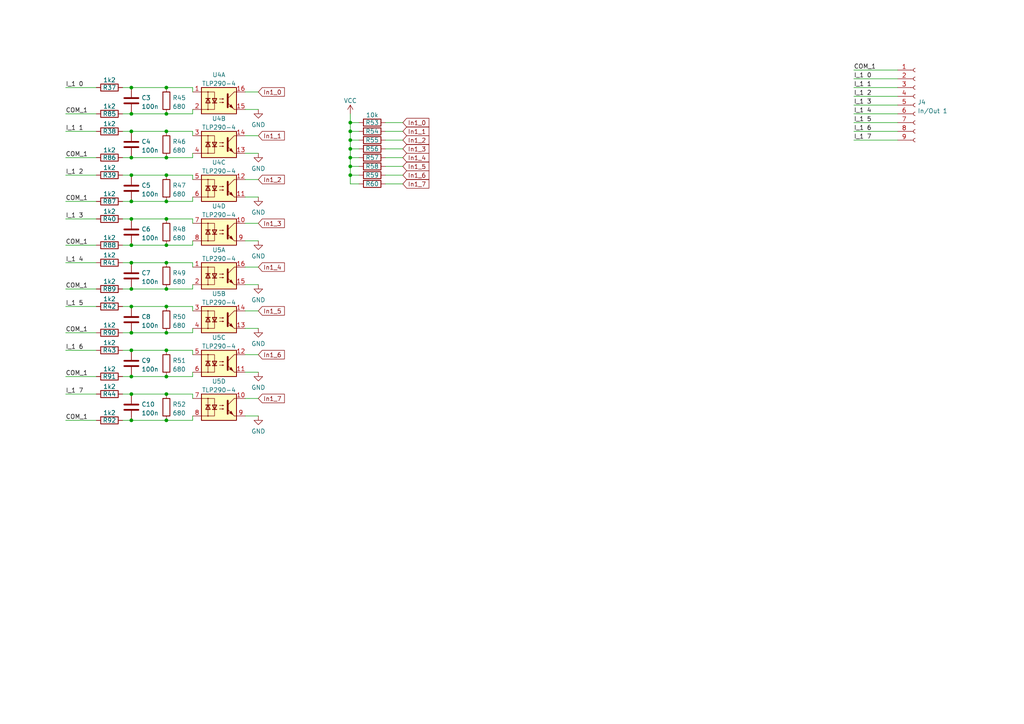
<source format=kicad_sch>
(kicad_sch (version 20230121) (generator eeschema)

  (uuid 68904b3d-b4a1-45e3-8bcb-7829139b78d9)

  (paper "A4")

  (lib_symbols
    (symbol "Connector:Conn_01x09_Female" (pin_names (offset 1.016) hide) (in_bom yes) (on_board yes)
      (property "Reference" "J" (at 0 12.7 0)
        (effects (font (size 1.27 1.27)))
      )
      (property "Value" "Conn_01x09_Female" (at 0 -12.7 0)
        (effects (font (size 1.27 1.27)))
      )
      (property "Footprint" "" (at 0 0 0)
        (effects (font (size 1.27 1.27)) hide)
      )
      (property "Datasheet" "~" (at 0 0 0)
        (effects (font (size 1.27 1.27)) hide)
      )
      (property "ki_keywords" "connector" (at 0 0 0)
        (effects (font (size 1.27 1.27)) hide)
      )
      (property "ki_description" "Generic connector, single row, 01x09, script generated (kicad-library-utils/schlib/autogen/connector/)" (at 0 0 0)
        (effects (font (size 1.27 1.27)) hide)
      )
      (property "ki_fp_filters" "Connector*:*_1x??_*" (at 0 0 0)
        (effects (font (size 1.27 1.27)) hide)
      )
      (symbol "Conn_01x09_Female_1_1"
        (arc (start 0 -9.652) (mid -0.5058 -10.16) (end 0 -10.668)
          (stroke (width 0.1524) (type default))
          (fill (type none))
        )
        (arc (start 0 -7.112) (mid -0.5058 -7.62) (end 0 -8.128)
          (stroke (width 0.1524) (type default))
          (fill (type none))
        )
        (arc (start 0 -4.572) (mid -0.5058 -5.08) (end 0 -5.588)
          (stroke (width 0.1524) (type default))
          (fill (type none))
        )
        (arc (start 0 -2.032) (mid -0.5058 -2.54) (end 0 -3.048)
          (stroke (width 0.1524) (type default))
          (fill (type none))
        )
        (polyline
          (pts
            (xy -1.27 -10.16)
            (xy -0.508 -10.16)
          )
          (stroke (width 0.1524) (type default))
          (fill (type none))
        )
        (polyline
          (pts
            (xy -1.27 -7.62)
            (xy -0.508 -7.62)
          )
          (stroke (width 0.1524) (type default))
          (fill (type none))
        )
        (polyline
          (pts
            (xy -1.27 -5.08)
            (xy -0.508 -5.08)
          )
          (stroke (width 0.1524) (type default))
          (fill (type none))
        )
        (polyline
          (pts
            (xy -1.27 -2.54)
            (xy -0.508 -2.54)
          )
          (stroke (width 0.1524) (type default))
          (fill (type none))
        )
        (polyline
          (pts
            (xy -1.27 0)
            (xy -0.508 0)
          )
          (stroke (width 0.1524) (type default))
          (fill (type none))
        )
        (polyline
          (pts
            (xy -1.27 2.54)
            (xy -0.508 2.54)
          )
          (stroke (width 0.1524) (type default))
          (fill (type none))
        )
        (polyline
          (pts
            (xy -1.27 5.08)
            (xy -0.508 5.08)
          )
          (stroke (width 0.1524) (type default))
          (fill (type none))
        )
        (polyline
          (pts
            (xy -1.27 7.62)
            (xy -0.508 7.62)
          )
          (stroke (width 0.1524) (type default))
          (fill (type none))
        )
        (polyline
          (pts
            (xy -1.27 10.16)
            (xy -0.508 10.16)
          )
          (stroke (width 0.1524) (type default))
          (fill (type none))
        )
        (arc (start 0 0.508) (mid -0.5058 0) (end 0 -0.508)
          (stroke (width 0.1524) (type default))
          (fill (type none))
        )
        (arc (start 0 3.048) (mid -0.5058 2.54) (end 0 2.032)
          (stroke (width 0.1524) (type default))
          (fill (type none))
        )
        (arc (start 0 5.588) (mid -0.5058 5.08) (end 0 4.572)
          (stroke (width 0.1524) (type default))
          (fill (type none))
        )
        (arc (start 0 8.128) (mid -0.5058 7.62) (end 0 7.112)
          (stroke (width 0.1524) (type default))
          (fill (type none))
        )
        (arc (start 0 10.668) (mid -0.5058 10.16) (end 0 9.652)
          (stroke (width 0.1524) (type default))
          (fill (type none))
        )
        (pin passive line (at -5.08 10.16 0) (length 3.81)
          (name "Pin_1" (effects (font (size 1.27 1.27))))
          (number "1" (effects (font (size 1.27 1.27))))
        )
        (pin passive line (at -5.08 7.62 0) (length 3.81)
          (name "Pin_2" (effects (font (size 1.27 1.27))))
          (number "2" (effects (font (size 1.27 1.27))))
        )
        (pin passive line (at -5.08 5.08 0) (length 3.81)
          (name "Pin_3" (effects (font (size 1.27 1.27))))
          (number "3" (effects (font (size 1.27 1.27))))
        )
        (pin passive line (at -5.08 2.54 0) (length 3.81)
          (name "Pin_4" (effects (font (size 1.27 1.27))))
          (number "4" (effects (font (size 1.27 1.27))))
        )
        (pin passive line (at -5.08 0 0) (length 3.81)
          (name "Pin_5" (effects (font (size 1.27 1.27))))
          (number "5" (effects (font (size 1.27 1.27))))
        )
        (pin passive line (at -5.08 -2.54 0) (length 3.81)
          (name "Pin_6" (effects (font (size 1.27 1.27))))
          (number "6" (effects (font (size 1.27 1.27))))
        )
        (pin passive line (at -5.08 -5.08 0) (length 3.81)
          (name "Pin_7" (effects (font (size 1.27 1.27))))
          (number "7" (effects (font (size 1.27 1.27))))
        )
        (pin passive line (at -5.08 -7.62 0) (length 3.81)
          (name "Pin_8" (effects (font (size 1.27 1.27))))
          (number "8" (effects (font (size 1.27 1.27))))
        )
        (pin passive line (at -5.08 -10.16 0) (length 3.81)
          (name "Pin_9" (effects (font (size 1.27 1.27))))
          (number "9" (effects (font (size 1.27 1.27))))
        )
      )
    )
    (symbol "Device:C" (pin_numbers hide) (pin_names (offset 0.254)) (in_bom yes) (on_board yes)
      (property "Reference" "C" (at 0.635 2.54 0)
        (effects (font (size 1.27 1.27)) (justify left))
      )
      (property "Value" "C" (at 0.635 -2.54 0)
        (effects (font (size 1.27 1.27)) (justify left))
      )
      (property "Footprint" "" (at 0.9652 -3.81 0)
        (effects (font (size 1.27 1.27)) hide)
      )
      (property "Datasheet" "~" (at 0 0 0)
        (effects (font (size 1.27 1.27)) hide)
      )
      (property "ki_keywords" "cap capacitor" (at 0 0 0)
        (effects (font (size 1.27 1.27)) hide)
      )
      (property "ki_description" "Unpolarized capacitor" (at 0 0 0)
        (effects (font (size 1.27 1.27)) hide)
      )
      (property "ki_fp_filters" "C_*" (at 0 0 0)
        (effects (font (size 1.27 1.27)) hide)
      )
      (symbol "C_0_1"
        (polyline
          (pts
            (xy -2.032 -0.762)
            (xy 2.032 -0.762)
          )
          (stroke (width 0.508) (type default))
          (fill (type none))
        )
        (polyline
          (pts
            (xy -2.032 0.762)
            (xy 2.032 0.762)
          )
          (stroke (width 0.508) (type default))
          (fill (type none))
        )
      )
      (symbol "C_1_1"
        (pin passive line (at 0 3.81 270) (length 2.794)
          (name "~" (effects (font (size 1.27 1.27))))
          (number "1" (effects (font (size 1.27 1.27))))
        )
        (pin passive line (at 0 -3.81 90) (length 2.794)
          (name "~" (effects (font (size 1.27 1.27))))
          (number "2" (effects (font (size 1.27 1.27))))
        )
      )
    )
    (symbol "Device:R" (pin_numbers hide) (pin_names (offset 0)) (in_bom yes) (on_board yes)
      (property "Reference" "R" (at 2.032 0 90)
        (effects (font (size 1.27 1.27)))
      )
      (property "Value" "R" (at 0 0 90)
        (effects (font (size 1.27 1.27)))
      )
      (property "Footprint" "" (at -1.778 0 90)
        (effects (font (size 1.27 1.27)) hide)
      )
      (property "Datasheet" "~" (at 0 0 0)
        (effects (font (size 1.27 1.27)) hide)
      )
      (property "ki_keywords" "R res resistor" (at 0 0 0)
        (effects (font (size 1.27 1.27)) hide)
      )
      (property "ki_description" "Resistor" (at 0 0 0)
        (effects (font (size 1.27 1.27)) hide)
      )
      (property "ki_fp_filters" "R_*" (at 0 0 0)
        (effects (font (size 1.27 1.27)) hide)
      )
      (symbol "R_0_1"
        (rectangle (start -1.016 -2.54) (end 1.016 2.54)
          (stroke (width 0.254) (type default))
          (fill (type none))
        )
      )
      (symbol "R_1_1"
        (pin passive line (at 0 3.81 270) (length 1.27)
          (name "~" (effects (font (size 1.27 1.27))))
          (number "1" (effects (font (size 1.27 1.27))))
        )
        (pin passive line (at 0 -3.81 90) (length 1.27)
          (name "~" (effects (font (size 1.27 1.27))))
          (number "2" (effects (font (size 1.27 1.27))))
        )
      )
    )
    (symbol "Isolator:TLP290-4" (pin_names (offset 1.016)) (in_bom yes) (on_board yes)
      (property "Reference" "U" (at -5.08 5.08 0)
        (effects (font (size 1.27 1.27)) (justify left))
      )
      (property "Value" "TLP290-4" (at 0 5.08 0)
        (effects (font (size 1.27 1.27)) (justify left))
      )
      (property "Footprint" "Package_SO:SOP-16_4.55x10.3mm_P1.27mm" (at -21.59 -5.08 0)
        (effects (font (size 1.27 1.27) italic) (justify left) hide)
      )
      (property "Datasheet" "https://toshiba.semicon-storage.com/info/docget.jsp?did=12855&prodName=TLP290-4" (at 0.635 0 0)
        (effects (font (size 1.27 1.27)) (justify left) hide)
      )
      (property "ki_keywords" "NPN AC DC Quad Phototransistor Optocoupler" (at 0 0 0)
        (effects (font (size 1.27 1.27)) hide)
      )
      (property "ki_description" "Quad AC/DC Phototransistor Optocoupler, Vce 80V, CTR 50-600%, SOP16" (at 0 0 0)
        (effects (font (size 1.27 1.27)) hide)
      )
      (property "ki_fp_filters" "SOP*4.55x10.3mm*P1.27mm*" (at 0 0 0)
        (effects (font (size 1.27 1.27)) hide)
      )
      (symbol "TLP290-4_0_1"
        (rectangle (start -5.08 3.81) (end 5.08 -3.81)
          (stroke (width 0.254) (type default))
          (fill (type background))
        )
        (circle (center -3.175 -2.54) (radius 0.127)
          (stroke (width 0) (type default))
          (fill (type none))
        )
        (circle (center -3.175 2.54) (radius 0.127)
          (stroke (width 0) (type default))
          (fill (type none))
        )
        (polyline
          (pts
            (xy -3.81 0.635)
            (xy -2.54 0.635)
          )
          (stroke (width 0.254) (type default))
          (fill (type none))
        )
        (polyline
          (pts
            (xy -3.175 -0.635)
            (xy -3.175 -2.54)
          )
          (stroke (width 0) (type default))
          (fill (type none))
        )
        (polyline
          (pts
            (xy -3.175 -0.635)
            (xy -3.175 2.54)
          )
          (stroke (width 0) (type default))
          (fill (type none))
        )
        (polyline
          (pts
            (xy -1.905 -0.635)
            (xy -0.635 -0.635)
          )
          (stroke (width 0.254) (type default))
          (fill (type none))
        )
        (polyline
          (pts
            (xy 2.54 0.635)
            (xy 4.445 2.54)
          )
          (stroke (width 0) (type default))
          (fill (type none))
        )
        (polyline
          (pts
            (xy 4.445 -2.54)
            (xy 2.54 -0.635)
          )
          (stroke (width 0) (type default))
          (fill (type outline))
        )
        (polyline
          (pts
            (xy 4.445 -2.54)
            (xy 5.08 -2.54)
          )
          (stroke (width 0) (type default))
          (fill (type none))
        )
        (polyline
          (pts
            (xy 4.445 2.54)
            (xy 5.08 2.54)
          )
          (stroke (width 0) (type default))
          (fill (type none))
        )
        (polyline
          (pts
            (xy -5.08 2.54)
            (xy -1.27 2.54)
            (xy -1.27 -0.635)
          )
          (stroke (width 0) (type default))
          (fill (type none))
        )
        (polyline
          (pts
            (xy -1.27 -0.635)
            (xy -1.27 -2.54)
            (xy -5.08 -2.54)
          )
          (stroke (width 0) (type default))
          (fill (type none))
        )
        (polyline
          (pts
            (xy 2.54 1.905)
            (xy 2.54 -1.905)
            (xy 2.54 -1.905)
          )
          (stroke (width 0.508) (type default))
          (fill (type none))
        )
        (polyline
          (pts
            (xy -3.175 0.635)
            (xy -3.81 -0.635)
            (xy -2.54 -0.635)
            (xy -3.175 0.635)
          )
          (stroke (width 0.254) (type default))
          (fill (type none))
        )
        (polyline
          (pts
            (xy -1.27 -0.635)
            (xy -1.905 0.635)
            (xy -0.635 0.635)
            (xy -1.27 -0.635)
          )
          (stroke (width 0.254) (type default))
          (fill (type none))
        )
        (polyline
          (pts
            (xy 0.127 -0.508)
            (xy 1.397 -0.508)
            (xy 1.016 -0.635)
            (xy 1.016 -0.381)
            (xy 1.397 -0.508)
          )
          (stroke (width 0) (type default))
          (fill (type none))
        )
        (polyline
          (pts
            (xy 0.127 0.508)
            (xy 1.397 0.508)
            (xy 1.016 0.381)
            (xy 1.016 0.635)
            (xy 1.397 0.508)
          )
          (stroke (width 0) (type default))
          (fill (type none))
        )
        (polyline
          (pts
            (xy 3.048 -1.651)
            (xy 3.556 -1.143)
            (xy 4.064 -2.159)
            (xy 3.048 -1.651)
            (xy 3.048 -1.651)
          )
          (stroke (width 0) (type default))
          (fill (type outline))
        )
      )
      (symbol "TLP290-4_1_1"
        (pin passive line (at -7.62 2.54 0) (length 2.54)
          (name "~" (effects (font (size 1.27 1.27))))
          (number "1" (effects (font (size 1.27 1.27))))
        )
        (pin passive line (at 7.62 -2.54 180) (length 2.54)
          (name "~" (effects (font (size 1.27 1.27))))
          (number "15" (effects (font (size 1.27 1.27))))
        )
        (pin passive line (at 7.62 2.54 180) (length 2.54)
          (name "~" (effects (font (size 1.27 1.27))))
          (number "16" (effects (font (size 1.27 1.27))))
        )
        (pin passive line (at -7.62 -2.54 0) (length 2.54)
          (name "~" (effects (font (size 1.27 1.27))))
          (number "2" (effects (font (size 1.27 1.27))))
        )
      )
      (symbol "TLP290-4_2_1"
        (pin passive line (at 7.62 -2.54 180) (length 2.54)
          (name "~" (effects (font (size 1.27 1.27))))
          (number "13" (effects (font (size 1.27 1.27))))
        )
        (pin passive line (at 7.62 2.54 180) (length 2.54)
          (name "~" (effects (font (size 1.27 1.27))))
          (number "14" (effects (font (size 1.27 1.27))))
        )
        (pin passive line (at -7.62 2.54 0) (length 2.54)
          (name "~" (effects (font (size 1.27 1.27))))
          (number "3" (effects (font (size 1.27 1.27))))
        )
        (pin passive line (at -7.62 -2.54 0) (length 2.54)
          (name "~" (effects (font (size 1.27 1.27))))
          (number "4" (effects (font (size 1.27 1.27))))
        )
      )
      (symbol "TLP290-4_3_1"
        (pin passive line (at 7.62 -2.54 180) (length 2.54)
          (name "~" (effects (font (size 1.27 1.27))))
          (number "11" (effects (font (size 1.27 1.27))))
        )
        (pin passive line (at 7.62 2.54 180) (length 2.54)
          (name "~" (effects (font (size 1.27 1.27))))
          (number "12" (effects (font (size 1.27 1.27))))
        )
        (pin passive line (at -7.62 2.54 0) (length 2.54)
          (name "~" (effects (font (size 1.27 1.27))))
          (number "5" (effects (font (size 1.27 1.27))))
        )
        (pin passive line (at -7.62 -2.54 0) (length 2.54)
          (name "~" (effects (font (size 1.27 1.27))))
          (number "6" (effects (font (size 1.27 1.27))))
        )
      )
      (symbol "TLP290-4_4_1"
        (pin passive line (at 7.62 2.54 180) (length 2.54)
          (name "~" (effects (font (size 1.27 1.27))))
          (number "10" (effects (font (size 1.27 1.27))))
        )
        (pin passive line (at -7.62 2.54 0) (length 2.54)
          (name "~" (effects (font (size 1.27 1.27))))
          (number "7" (effects (font (size 1.27 1.27))))
        )
        (pin passive line (at -7.62 -2.54 0) (length 2.54)
          (name "~" (effects (font (size 1.27 1.27))))
          (number "8" (effects (font (size 1.27 1.27))))
        )
        (pin passive line (at 7.62 -2.54 180) (length 2.54)
          (name "~" (effects (font (size 1.27 1.27))))
          (number "9" (effects (font (size 1.27 1.27))))
        )
      )
    )
    (symbol "power:GND" (power) (pin_names (offset 0)) (in_bom yes) (on_board yes)
      (property "Reference" "#PWR" (at 0 -6.35 0)
        (effects (font (size 1.27 1.27)) hide)
      )
      (property "Value" "GND" (at 0 -3.81 0)
        (effects (font (size 1.27 1.27)))
      )
      (property "Footprint" "" (at 0 0 0)
        (effects (font (size 1.27 1.27)) hide)
      )
      (property "Datasheet" "" (at 0 0 0)
        (effects (font (size 1.27 1.27)) hide)
      )
      (property "ki_keywords" "power-flag" (at 0 0 0)
        (effects (font (size 1.27 1.27)) hide)
      )
      (property "ki_description" "Power symbol creates a global label with name \"GND\" , ground" (at 0 0 0)
        (effects (font (size 1.27 1.27)) hide)
      )
      (symbol "GND_0_1"
        (polyline
          (pts
            (xy 0 0)
            (xy 0 -1.27)
            (xy 1.27 -1.27)
            (xy 0 -2.54)
            (xy -1.27 -1.27)
            (xy 0 -1.27)
          )
          (stroke (width 0) (type default))
          (fill (type none))
        )
      )
      (symbol "GND_1_1"
        (pin power_in line (at 0 0 270) (length 0) hide
          (name "GND" (effects (font (size 1.27 1.27))))
          (number "1" (effects (font (size 1.27 1.27))))
        )
      )
    )
    (symbol "power:VCC" (power) (pin_names (offset 0)) (in_bom yes) (on_board yes)
      (property "Reference" "#PWR" (at 0 -3.81 0)
        (effects (font (size 1.27 1.27)) hide)
      )
      (property "Value" "VCC" (at 0 3.81 0)
        (effects (font (size 1.27 1.27)))
      )
      (property "Footprint" "" (at 0 0 0)
        (effects (font (size 1.27 1.27)) hide)
      )
      (property "Datasheet" "" (at 0 0 0)
        (effects (font (size 1.27 1.27)) hide)
      )
      (property "ki_keywords" "power-flag" (at 0 0 0)
        (effects (font (size 1.27 1.27)) hide)
      )
      (property "ki_description" "Power symbol creates a global label with name \"VCC\"" (at 0 0 0)
        (effects (font (size 1.27 1.27)) hide)
      )
      (symbol "VCC_0_1"
        (polyline
          (pts
            (xy -0.762 1.27)
            (xy 0 2.54)
          )
          (stroke (width 0) (type default))
          (fill (type none))
        )
        (polyline
          (pts
            (xy 0 0)
            (xy 0 2.54)
          )
          (stroke (width 0) (type default))
          (fill (type none))
        )
        (polyline
          (pts
            (xy 0 2.54)
            (xy 0.762 1.27)
          )
          (stroke (width 0) (type default))
          (fill (type none))
        )
      )
      (symbol "VCC_1_1"
        (pin power_in line (at 0 0 90) (length 0) hide
          (name "VCC" (effects (font (size 1.27 1.27))))
          (number "1" (effects (font (size 1.27 1.27))))
        )
      )
    )
  )

  (junction (at 101.6 43.18) (diameter 0) (color 0 0 0 0)
    (uuid 0a4c6fb7-acaa-4342-8ed0-9251dcd8f734)
  )
  (junction (at 48.26 33.02) (diameter 0) (color 0 0 0 0)
    (uuid 165aceff-e3db-495e-b867-468f6015099c)
  )
  (junction (at 48.26 25.4) (diameter 0) (color 0 0 0 0)
    (uuid 1c39a7cd-ea3f-4889-8c4d-495f2919607f)
  )
  (junction (at 38.1 38.1) (diameter 0) (color 0 0 0 0)
    (uuid 2091a58e-7549-41ae-a0a2-2fbdc91bdd7f)
  )
  (junction (at 38.1 58.42) (diameter 0) (color 0 0 0 0)
    (uuid 22489536-ce39-4a95-b503-7443612264f9)
  )
  (junction (at 38.1 45.72) (diameter 0) (color 0 0 0 0)
    (uuid 27ded058-958e-457d-a30b-6f69eae5862b)
  )
  (junction (at 101.6 40.64) (diameter 0) (color 0 0 0 0)
    (uuid 32a6fabb-d541-4d6c-b40f-0a6d8bb6ec90)
  )
  (junction (at 101.6 45.72) (diameter 0) (color 0 0 0 0)
    (uuid 37e2031a-ebc3-47da-9005-ff465f977ece)
  )
  (junction (at 48.26 121.92) (diameter 0) (color 0 0 0 0)
    (uuid 44159c1f-0cad-4f36-9ba3-1dc40207d1f8)
  )
  (junction (at 101.6 35.56) (diameter 0) (color 0 0 0 0)
    (uuid 4cb5b905-c346-445f-aaff-b2b6223a61a8)
  )
  (junction (at 38.1 109.22) (diameter 0) (color 0 0 0 0)
    (uuid 5a78bdc1-9396-4f42-841a-46b3f06bcd9d)
  )
  (junction (at 38.1 121.92) (diameter 0) (color 0 0 0 0)
    (uuid 5c590bd8-e76e-42d9-9408-2e9988ee260a)
  )
  (junction (at 38.1 76.2) (diameter 0) (color 0 0 0 0)
    (uuid 682c7ed0-cb34-4038-976e-99d52178e5e8)
  )
  (junction (at 48.26 58.42) (diameter 0) (color 0 0 0 0)
    (uuid 72664ec9-9094-493c-9088-3bbfa74f80a0)
  )
  (junction (at 101.6 50.8) (diameter 0) (color 0 0 0 0)
    (uuid 7d84f8d6-b874-4476-bd78-1ddc0593d540)
  )
  (junction (at 38.1 114.3) (diameter 0) (color 0 0 0 0)
    (uuid 8041c036-5c1d-4bd0-a913-f255d7aa7d7a)
  )
  (junction (at 48.26 88.9) (diameter 0) (color 0 0 0 0)
    (uuid 826ccf7e-4237-4c6b-b1e1-03cad536c306)
  )
  (junction (at 48.26 45.72) (diameter 0) (color 0 0 0 0)
    (uuid 83230f07-58c5-486d-b811-69bb13d03ad4)
  )
  (junction (at 48.26 101.6) (diameter 0) (color 0 0 0 0)
    (uuid 8d91fd2c-c1ed-4348-8c6f-97cbde988feb)
  )
  (junction (at 48.26 38.1) (diameter 0) (color 0 0 0 0)
    (uuid 8e3989fd-2594-46cb-8eba-5e4108667b1b)
  )
  (junction (at 48.26 114.3) (diameter 0) (color 0 0 0 0)
    (uuid 97d09bef-7848-44cb-8ed2-e31aeef5fe89)
  )
  (junction (at 101.6 48.26) (diameter 0) (color 0 0 0 0)
    (uuid 99237f5b-3105-434c-a9c7-e8af07722ee6)
  )
  (junction (at 38.1 25.4) (diameter 0) (color 0 0 0 0)
    (uuid a73ab33f-244f-432e-8e34-0abb6d8a9160)
  )
  (junction (at 38.1 83.82) (diameter 0) (color 0 0 0 0)
    (uuid b34038ba-ca3e-4d25-adb5-aab15c4cf7f8)
  )
  (junction (at 38.1 71.12) (diameter 0) (color 0 0 0 0)
    (uuid b4b7e3af-6275-4d4c-acc0-3e86459cc6ea)
  )
  (junction (at 48.26 71.12) (diameter 0) (color 0 0 0 0)
    (uuid ba53fb3a-f201-4138-b2c0-67fdba4f621d)
  )
  (junction (at 48.26 50.8) (diameter 0) (color 0 0 0 0)
    (uuid bff73a6a-8954-4ded-b254-23022f683ba2)
  )
  (junction (at 48.26 109.22) (diameter 0) (color 0 0 0 0)
    (uuid c361040f-152e-4406-9d4b-15d69e27b525)
  )
  (junction (at 38.1 88.9) (diameter 0) (color 0 0 0 0)
    (uuid c661ebc2-d118-4822-a8b0-9f9086f4357b)
  )
  (junction (at 38.1 101.6) (diameter 0) (color 0 0 0 0)
    (uuid ce2e0ba0-80c8-4a12-be8c-aacf41538dab)
  )
  (junction (at 38.1 63.5) (diameter 0) (color 0 0 0 0)
    (uuid d5428f1e-dd78-4ca9-9d2f-34c952d6b5d2)
  )
  (junction (at 48.26 76.2) (diameter 0) (color 0 0 0 0)
    (uuid dab4f7f4-ef99-4f01-9ce0-4bcffd5c1976)
  )
  (junction (at 48.26 63.5) (diameter 0) (color 0 0 0 0)
    (uuid dbe203c5-4be2-469a-9892-774a701bbc69)
  )
  (junction (at 101.6 38.1) (diameter 0) (color 0 0 0 0)
    (uuid de22a763-8801-4970-aadf-a203f17e6a27)
  )
  (junction (at 38.1 96.52) (diameter 0) (color 0 0 0 0)
    (uuid e09689b7-3d5f-47b5-9693-24a565c6f947)
  )
  (junction (at 38.1 50.8) (diameter 0) (color 0 0 0 0)
    (uuid e3d05de9-3c97-4279-9c83-51c369b0ba9b)
  )
  (junction (at 38.1 33.02) (diameter 0) (color 0 0 0 0)
    (uuid e6209e61-98d2-4d3c-8198-4db6b4316c27)
  )
  (junction (at 48.26 96.52) (diameter 0) (color 0 0 0 0)
    (uuid f96ed864-e694-45a2-b2d7-3758dc3e7dd0)
  )
  (junction (at 48.26 83.82) (diameter 0) (color 0 0 0 0)
    (uuid fd4f5a86-a26c-4085-9b93-ba5efc310c78)
  )

  (wire (pts (xy 55.88 96.52) (xy 55.88 95.25))
    (stroke (width 0) (type default))
    (uuid 03c6121d-13ec-4228-ab67-b7800e3d9371)
  )
  (wire (pts (xy 55.88 71.12) (xy 55.88 69.85))
    (stroke (width 0) (type default))
    (uuid 050a4fc4-0df5-4ae4-8bae-2cc3a1f491b8)
  )
  (wire (pts (xy 55.88 109.22) (xy 55.88 107.95))
    (stroke (width 0) (type default))
    (uuid 064a69c5-ae5a-4ea8-9c53-7bc01dd30e5c)
  )
  (wire (pts (xy 55.88 101.6) (xy 55.88 102.87))
    (stroke (width 0) (type default))
    (uuid 0835e70b-17c4-406c-b39f-339ec2dc8f39)
  )
  (wire (pts (xy 38.1 83.82) (xy 48.26 83.82))
    (stroke (width 0) (type default))
    (uuid 0ca4db79-1833-4e96-9d21-a78442ddc465)
  )
  (wire (pts (xy 38.1 121.92) (xy 48.26 121.92))
    (stroke (width 0) (type default))
    (uuid 0caecc20-f68d-4668-bbc8-c6b6aa89b3c3)
  )
  (wire (pts (xy 247.65 33.02) (xy 260.35 33.02))
    (stroke (width 0) (type default))
    (uuid 12c80210-8908-4719-9985-edcf45bc33aa)
  )
  (wire (pts (xy 111.76 43.18) (xy 116.84 43.18))
    (stroke (width 0) (type default))
    (uuid 140e2cb7-38bc-4618-b50d-25d4c4de5278)
  )
  (wire (pts (xy 35.56 71.12) (xy 38.1 71.12))
    (stroke (width 0) (type default))
    (uuid 158c991b-b2ec-46f5-80d3-195cba79cea6)
  )
  (wire (pts (xy 55.88 83.82) (xy 55.88 82.55))
    (stroke (width 0) (type default))
    (uuid 1831fad6-291f-4b85-887b-34a5e603b6ed)
  )
  (wire (pts (xy 48.26 38.1) (xy 55.88 38.1))
    (stroke (width 0) (type default))
    (uuid 1c397a73-2e4e-40d0-bb04-6157e5223853)
  )
  (wire (pts (xy 71.12 69.85) (xy 74.93 69.85))
    (stroke (width 0) (type default))
    (uuid 236ce96e-d617-4ebd-ada6-7502afc5466d)
  )
  (wire (pts (xy 101.6 43.18) (xy 104.14 43.18))
    (stroke (width 0) (type default))
    (uuid 255cb2fa-cf55-45fa-a8f2-6a92ce07c26b)
  )
  (wire (pts (xy 19.05 33.02) (xy 27.94 33.02))
    (stroke (width 0) (type default))
    (uuid 25785616-5034-4f6c-95db-fcf382852e1a)
  )
  (wire (pts (xy 48.26 63.5) (xy 55.88 63.5))
    (stroke (width 0) (type default))
    (uuid 277f05e1-ec45-4ac7-b18f-0fcda11d0811)
  )
  (wire (pts (xy 101.6 38.1) (xy 101.6 40.64))
    (stroke (width 0) (type default))
    (uuid 2794aefc-e579-44e5-b45c-53522b179147)
  )
  (wire (pts (xy 35.56 96.52) (xy 38.1 96.52))
    (stroke (width 0) (type default))
    (uuid 28423d9a-b627-4c9d-b2b1-2799082c319b)
  )
  (wire (pts (xy 19.05 101.6) (xy 27.94 101.6))
    (stroke (width 0) (type default))
    (uuid 2a9f4331-36ba-4d2c-bc08-ac45f9eaeded)
  )
  (wire (pts (xy 38.1 71.12) (xy 48.26 71.12))
    (stroke (width 0) (type default))
    (uuid 2bc3c23f-9d5c-4656-a506-069835b227d5)
  )
  (wire (pts (xy 111.76 38.1) (xy 116.84 38.1))
    (stroke (width 0) (type default))
    (uuid 2d159e00-dd16-49bc-aac4-49553bc7a3b8)
  )
  (wire (pts (xy 38.1 58.42) (xy 48.26 58.42))
    (stroke (width 0) (type default))
    (uuid 333430f6-8ec0-4cb0-bf43-0893ad1755db)
  )
  (wire (pts (xy 35.56 109.22) (xy 38.1 109.22))
    (stroke (width 0) (type default))
    (uuid 336a8220-16cb-4f6d-b034-0b265ba6b03b)
  )
  (wire (pts (xy 101.6 38.1) (xy 104.14 38.1))
    (stroke (width 0) (type default))
    (uuid 358fc32c-2022-4687-a36e-c9da3998b113)
  )
  (wire (pts (xy 55.88 76.2) (xy 55.88 77.47))
    (stroke (width 0) (type default))
    (uuid 371b97b7-6e5e-4de4-808c-1e4494dd2952)
  )
  (wire (pts (xy 19.05 38.1) (xy 27.94 38.1))
    (stroke (width 0) (type default))
    (uuid 3742ea3d-e9ce-483c-80b6-7e8ee7f5421e)
  )
  (wire (pts (xy 111.76 48.26) (xy 116.84 48.26))
    (stroke (width 0) (type default))
    (uuid 3751f6b6-cbe9-4ea1-ab83-1149ee991583)
  )
  (wire (pts (xy 19.05 25.4) (xy 27.94 25.4))
    (stroke (width 0) (type default))
    (uuid 37ee1735-fbf3-4597-ba52-4d9a52e50611)
  )
  (wire (pts (xy 71.12 115.57) (xy 74.93 115.57))
    (stroke (width 0) (type default))
    (uuid 38480dce-6b8f-48d3-81cc-b94ded00ced9)
  )
  (wire (pts (xy 71.12 64.77) (xy 74.93 64.77))
    (stroke (width 0) (type default))
    (uuid 39fca6e3-5afe-48f2-897c-9695900b6df9)
  )
  (wire (pts (xy 38.1 25.4) (xy 48.26 25.4))
    (stroke (width 0) (type default))
    (uuid 3b45409f-a5b0-4c1a-8e41-94b52a117e76)
  )
  (wire (pts (xy 247.65 27.94) (xy 260.35 27.94))
    (stroke (width 0) (type default))
    (uuid 3bcf6b4e-55c6-4db5-ad6b-bbfefe863d37)
  )
  (wire (pts (xy 48.26 88.9) (xy 55.88 88.9))
    (stroke (width 0) (type default))
    (uuid 3ebab21e-5407-4fe8-80b2-544de20985cc)
  )
  (wire (pts (xy 71.12 120.65) (xy 74.93 120.65))
    (stroke (width 0) (type default))
    (uuid 43699818-6af7-4ea0-9771-0c736709041f)
  )
  (wire (pts (xy 101.6 33.02) (xy 101.6 35.56))
    (stroke (width 0) (type default))
    (uuid 46e5fa56-f8c0-411b-9b59-a3c6d674c895)
  )
  (wire (pts (xy 38.1 63.5) (xy 48.26 63.5))
    (stroke (width 0) (type default))
    (uuid 47a52d77-b8c0-486e-ac70-8103075a5923)
  )
  (wire (pts (xy 38.1 109.22) (xy 48.26 109.22))
    (stroke (width 0) (type default))
    (uuid 48516158-5273-4a01-bd1b-4c023ed43403)
  )
  (wire (pts (xy 71.12 107.95) (xy 74.93 107.95))
    (stroke (width 0) (type default))
    (uuid 4e21baad-ecfb-4ace-bed7-b74cf4cbd8d7)
  )
  (wire (pts (xy 71.12 95.25) (xy 74.93 95.25))
    (stroke (width 0) (type default))
    (uuid 5060bd4b-8e46-46ce-bcdf-f4b04a01c0b5)
  )
  (wire (pts (xy 71.12 52.07) (xy 74.93 52.07))
    (stroke (width 0) (type default))
    (uuid 52b100f7-4b48-4af4-bf0a-4df4b5991ead)
  )
  (wire (pts (xy 35.56 101.6) (xy 38.1 101.6))
    (stroke (width 0) (type default))
    (uuid 55408ec5-710b-4f90-9ed5-0f1f24765789)
  )
  (wire (pts (xy 38.1 88.9) (xy 48.26 88.9))
    (stroke (width 0) (type default))
    (uuid 5964bd36-ee2b-4dd1-a9d8-2e42f8dbf8f7)
  )
  (wire (pts (xy 35.56 25.4) (xy 38.1 25.4))
    (stroke (width 0) (type default))
    (uuid 5b0b41c7-4171-4243-9611-1547a0637b48)
  )
  (wire (pts (xy 247.65 30.48) (xy 260.35 30.48))
    (stroke (width 0) (type default))
    (uuid 5c35efab-b31e-4c80-8f2b-4822584e4f5e)
  )
  (wire (pts (xy 55.88 88.9) (xy 55.88 90.17))
    (stroke (width 0) (type default))
    (uuid 5e48e282-a22d-4bc8-95a4-2d7b7a079f04)
  )
  (wire (pts (xy 55.88 63.5) (xy 55.88 64.77))
    (stroke (width 0) (type default))
    (uuid 5e9fe675-601f-4f36-8477-84aeadaf43ca)
  )
  (wire (pts (xy 38.1 101.6) (xy 48.26 101.6))
    (stroke (width 0) (type default))
    (uuid 602e216c-7242-44d5-a285-838e0c02dc93)
  )
  (wire (pts (xy 38.1 45.72) (xy 48.26 45.72))
    (stroke (width 0) (type default))
    (uuid 62a78f11-796d-434c-ade3-eaa733c8187e)
  )
  (wire (pts (xy 101.6 48.26) (xy 104.14 48.26))
    (stroke (width 0) (type default))
    (uuid 665511dd-0a8f-41d1-86b5-dd2a26c9d79f)
  )
  (wire (pts (xy 35.56 50.8) (xy 38.1 50.8))
    (stroke (width 0) (type default))
    (uuid 6a174f52-38b5-410c-a859-43dc2aab37a7)
  )
  (wire (pts (xy 19.05 96.52) (xy 27.94 96.52))
    (stroke (width 0) (type default))
    (uuid 709810d9-4721-4d3f-8de2-d30eadfbdc46)
  )
  (wire (pts (xy 247.65 22.86) (xy 260.35 22.86))
    (stroke (width 0) (type default))
    (uuid 72ec4cab-1408-45e0-9928-f01f332eb5ea)
  )
  (wire (pts (xy 48.26 96.52) (xy 55.88 96.52))
    (stroke (width 0) (type default))
    (uuid 7878365f-6373-48f2-8053-5b23769e4bff)
  )
  (wire (pts (xy 35.56 88.9) (xy 38.1 88.9))
    (stroke (width 0) (type default))
    (uuid 792af005-85fe-4a5b-a52c-18787fa483b6)
  )
  (wire (pts (xy 247.65 35.56) (xy 260.35 35.56))
    (stroke (width 0) (type default))
    (uuid 7af7447d-59ce-49a8-b29a-e9b776f78f9a)
  )
  (wire (pts (xy 19.05 88.9) (xy 27.94 88.9))
    (stroke (width 0) (type default))
    (uuid 7c24da0b-74df-4d00-9401-bd1dd7a0b2ed)
  )
  (wire (pts (xy 71.12 44.45) (xy 74.93 44.45))
    (stroke (width 0) (type default))
    (uuid 7cd06283-09ca-44b5-ac15-3fea3ed1264e)
  )
  (wire (pts (xy 38.1 33.02) (xy 48.26 33.02))
    (stroke (width 0) (type default))
    (uuid 7d1d2be0-1745-4d00-81ca-787b99e0dfcc)
  )
  (wire (pts (xy 101.6 45.72) (xy 104.14 45.72))
    (stroke (width 0) (type default))
    (uuid 82a5b66c-7042-40ed-8ef3-445bc6d610d7)
  )
  (wire (pts (xy 38.1 38.1) (xy 48.26 38.1))
    (stroke (width 0) (type default))
    (uuid 83cbe8dd-13fc-45ae-8eb1-f995dbc2225c)
  )
  (wire (pts (xy 48.26 50.8) (xy 55.88 50.8))
    (stroke (width 0) (type default))
    (uuid 86b22a21-9528-4ed2-8280-c893009f25f9)
  )
  (wire (pts (xy 48.26 58.42) (xy 55.88 58.42))
    (stroke (width 0) (type default))
    (uuid 89074ea3-36fb-4173-b788-dcb251a3a0c5)
  )
  (wire (pts (xy 19.05 114.3) (xy 27.94 114.3))
    (stroke (width 0) (type default))
    (uuid 8981410a-0aa7-45a4-9617-e1020301fa36)
  )
  (wire (pts (xy 104.14 53.34) (xy 101.6 53.34))
    (stroke (width 0) (type default))
    (uuid 92ed566d-7a0e-4a29-87d7-c749e9c9fc8b)
  )
  (wire (pts (xy 101.6 40.64) (xy 104.14 40.64))
    (stroke (width 0) (type default))
    (uuid 93a90e8f-90a4-4d77-b96d-1e510de4ea85)
  )
  (wire (pts (xy 247.65 38.1) (xy 260.35 38.1))
    (stroke (width 0) (type default))
    (uuid 94051992-59ba-42a1-b5e3-1d0b8a42854f)
  )
  (wire (pts (xy 101.6 35.56) (xy 101.6 38.1))
    (stroke (width 0) (type default))
    (uuid 946a664f-2a37-449d-bac1-02c9d59b2753)
  )
  (wire (pts (xy 19.05 63.5) (xy 27.94 63.5))
    (stroke (width 0) (type default))
    (uuid 950ed569-c266-4488-83db-9881671bf808)
  )
  (wire (pts (xy 101.6 35.56) (xy 104.14 35.56))
    (stroke (width 0) (type default))
    (uuid 9a3bc5c0-0373-4745-8942-625caf695642)
  )
  (wire (pts (xy 71.12 102.87) (xy 74.93 102.87))
    (stroke (width 0) (type default))
    (uuid 9e9d4999-7e94-482c-969b-df660962f872)
  )
  (wire (pts (xy 35.56 114.3) (xy 38.1 114.3))
    (stroke (width 0) (type default))
    (uuid 9f70e14e-4a46-44a7-a64f-02f99b5064d7)
  )
  (wire (pts (xy 247.65 25.4) (xy 260.35 25.4))
    (stroke (width 0) (type default))
    (uuid a08724fa-dc20-4457-8cfb-07ea0c85a2a2)
  )
  (wire (pts (xy 101.6 40.64) (xy 101.6 43.18))
    (stroke (width 0) (type default))
    (uuid a35daf84-cbce-43a9-9d6f-913f93248b82)
  )
  (wire (pts (xy 48.26 76.2) (xy 55.88 76.2))
    (stroke (width 0) (type default))
    (uuid a3d12ceb-7da2-4bd9-9a2f-a023ad3b3673)
  )
  (wire (pts (xy 55.88 114.3) (xy 55.88 115.57))
    (stroke (width 0) (type default))
    (uuid a423a1d0-2b2a-49c5-92bc-768809a79839)
  )
  (wire (pts (xy 19.05 71.12) (xy 27.94 71.12))
    (stroke (width 0) (type default))
    (uuid a5276058-ce89-4346-b706-fa2e503d5d42)
  )
  (wire (pts (xy 55.88 58.42) (xy 55.88 57.15))
    (stroke (width 0) (type default))
    (uuid a589fedf-1d99-47cb-bef5-90962b146099)
  )
  (wire (pts (xy 19.05 76.2) (xy 27.94 76.2))
    (stroke (width 0) (type default))
    (uuid a9f64f16-195c-47d4-b6e2-6832be9e3460)
  )
  (wire (pts (xy 35.56 38.1) (xy 38.1 38.1))
    (stroke (width 0) (type default))
    (uuid aa02b5a6-f136-4298-b71e-15a302364b06)
  )
  (wire (pts (xy 55.88 121.92) (xy 55.88 120.65))
    (stroke (width 0) (type default))
    (uuid abab9922-9a30-46b1-9626-509f62210e06)
  )
  (wire (pts (xy 38.1 50.8) (xy 48.26 50.8))
    (stroke (width 0) (type default))
    (uuid ad9338ac-5771-4be5-8b95-94d5f1a34edb)
  )
  (wire (pts (xy 35.56 58.42) (xy 38.1 58.42))
    (stroke (width 0) (type default))
    (uuid af9f33f2-6559-49c1-8874-7aa9fc4eec8b)
  )
  (wire (pts (xy 48.26 121.92) (xy 55.88 121.92))
    (stroke (width 0) (type default))
    (uuid aff4cf1f-7b45-4370-8ff4-1a211f9576bb)
  )
  (wire (pts (xy 111.76 45.72) (xy 116.84 45.72))
    (stroke (width 0) (type default))
    (uuid b04a352c-a6d8-4728-8ae6-d313890138bd)
  )
  (wire (pts (xy 48.26 83.82) (xy 55.88 83.82))
    (stroke (width 0) (type default))
    (uuid b0cf4b54-c799-44f2-a080-c2aeb94ea0f6)
  )
  (wire (pts (xy 19.05 50.8) (xy 27.94 50.8))
    (stroke (width 0) (type default))
    (uuid b50873e6-af67-44fa-b424-66b24e8211ec)
  )
  (wire (pts (xy 19.05 121.92) (xy 27.94 121.92))
    (stroke (width 0) (type default))
    (uuid b6f713ef-de28-4eda-a5ca-a50392ddf307)
  )
  (wire (pts (xy 48.26 109.22) (xy 55.88 109.22))
    (stroke (width 0) (type default))
    (uuid b79ee825-fcbf-480f-9156-0aa8347f3089)
  )
  (wire (pts (xy 48.26 25.4) (xy 55.88 25.4))
    (stroke (width 0) (type default))
    (uuid b96232db-104d-4ba3-a115-f83728b6e550)
  )
  (wire (pts (xy 38.1 76.2) (xy 48.26 76.2))
    (stroke (width 0) (type default))
    (uuid b974d941-4bf0-4338-a688-6758538cc4e1)
  )
  (wire (pts (xy 111.76 35.56) (xy 116.84 35.56))
    (stroke (width 0) (type default))
    (uuid b9ff83c2-28ea-4bd9-b2cb-3cc7480a3414)
  )
  (wire (pts (xy 55.88 25.4) (xy 55.88 26.67))
    (stroke (width 0) (type default))
    (uuid bb13b3cd-e58b-480b-86b0-70b0e6f9522a)
  )
  (wire (pts (xy 55.88 38.1) (xy 55.88 39.37))
    (stroke (width 0) (type default))
    (uuid bd065113-a124-463d-85b7-c7eb7334122a)
  )
  (wire (pts (xy 35.56 76.2) (xy 38.1 76.2))
    (stroke (width 0) (type default))
    (uuid bd5e1f8c-1ca3-4082-aa5f-cf31a0656fab)
  )
  (wire (pts (xy 111.76 50.8) (xy 116.84 50.8))
    (stroke (width 0) (type default))
    (uuid be9b5e7f-4d51-4da9-a528-38424c30b23c)
  )
  (wire (pts (xy 38.1 96.52) (xy 48.26 96.52))
    (stroke (width 0) (type default))
    (uuid c1579a3d-275e-42ae-bcb4-ac79266d5b2d)
  )
  (wire (pts (xy 111.76 53.34) (xy 116.84 53.34))
    (stroke (width 0) (type default))
    (uuid c460b110-4b5b-4749-b40f-d55344548927)
  )
  (wire (pts (xy 48.26 45.72) (xy 55.88 45.72))
    (stroke (width 0) (type default))
    (uuid c5d15511-74f6-49b5-965d-6e3b038905a1)
  )
  (wire (pts (xy 48.26 101.6) (xy 55.88 101.6))
    (stroke (width 0) (type default))
    (uuid c6246f85-6587-4428-a10c-332c6ec0ccee)
  )
  (wire (pts (xy 19.05 58.42) (xy 27.94 58.42))
    (stroke (width 0) (type default))
    (uuid c8f140e2-c24c-4a3d-b1e5-c2a1a875ee14)
  )
  (wire (pts (xy 55.88 33.02) (xy 55.88 31.75))
    (stroke (width 0) (type default))
    (uuid c9cc0e96-6b9c-463b-8575-c44e5db9c182)
  )
  (wire (pts (xy 101.6 43.18) (xy 101.6 45.72))
    (stroke (width 0) (type default))
    (uuid ca32d818-7002-4d23-9ebf-7627ef15bb87)
  )
  (wire (pts (xy 55.88 45.72) (xy 55.88 44.45))
    (stroke (width 0) (type default))
    (uuid ce18eae3-c419-4c16-a896-927e5eb35ebf)
  )
  (wire (pts (xy 48.26 71.12) (xy 55.88 71.12))
    (stroke (width 0) (type default))
    (uuid cfd9d007-ea81-4ee4-a9db-03a5e9a9d5ad)
  )
  (wire (pts (xy 71.12 39.37) (xy 74.93 39.37))
    (stroke (width 0) (type default))
    (uuid d0d65af4-4a3e-4f5d-a7c5-473ae4f362cd)
  )
  (wire (pts (xy 247.65 20.32) (xy 260.35 20.32))
    (stroke (width 0) (type default))
    (uuid d201a8ed-f218-4016-86a1-70ff865805bb)
  )
  (wire (pts (xy 35.56 63.5) (xy 38.1 63.5))
    (stroke (width 0) (type default))
    (uuid d250d4a5-9497-4196-b755-e2ef7c9088ca)
  )
  (wire (pts (xy 71.12 31.75) (xy 74.93 31.75))
    (stroke (width 0) (type default))
    (uuid d4cc0803-9f55-436f-9e8b-a5fab0595a16)
  )
  (wire (pts (xy 111.76 40.64) (xy 116.84 40.64))
    (stroke (width 0) (type default))
    (uuid d78f6e2a-8425-414b-99e9-1d02f8ba9eb4)
  )
  (wire (pts (xy 101.6 45.72) (xy 101.6 48.26))
    (stroke (width 0) (type default))
    (uuid d8f93ff9-67bd-4662-94ae-2a33502f99e8)
  )
  (wire (pts (xy 101.6 50.8) (xy 101.6 53.34))
    (stroke (width 0) (type default))
    (uuid dc0654b5-5063-4b86-8fc5-997c050a9a5b)
  )
  (wire (pts (xy 48.26 33.02) (xy 55.88 33.02))
    (stroke (width 0) (type default))
    (uuid dd8a210f-2950-454b-86d2-5744419b406b)
  )
  (wire (pts (xy 71.12 90.17) (xy 74.93 90.17))
    (stroke (width 0) (type default))
    (uuid deedab02-02d6-4f90-b2e1-40eba55e2599)
  )
  (wire (pts (xy 55.88 50.8) (xy 55.88 52.07))
    (stroke (width 0) (type default))
    (uuid dfca7762-0937-4e33-9c72-af0b4e8ecfe9)
  )
  (wire (pts (xy 71.12 82.55) (xy 74.93 82.55))
    (stroke (width 0) (type default))
    (uuid e1834909-196a-4ea9-b6c1-8abb184f9346)
  )
  (wire (pts (xy 48.26 114.3) (xy 55.88 114.3))
    (stroke (width 0) (type default))
    (uuid e2874edc-4b14-4bef-b37e-7e5a7acdd80d)
  )
  (wire (pts (xy 71.12 77.47) (xy 74.93 77.47))
    (stroke (width 0) (type default))
    (uuid eac772fe-8969-4bbc-acaf-282fada046ca)
  )
  (wire (pts (xy 71.12 26.67) (xy 74.93 26.67))
    (stroke (width 0) (type default))
    (uuid ebc475a4-57e2-41ea-9550-1b8bbda22fc8)
  )
  (wire (pts (xy 35.56 121.92) (xy 38.1 121.92))
    (stroke (width 0) (type default))
    (uuid ed361c67-acb9-46cf-b5ac-83a36a306fce)
  )
  (wire (pts (xy 19.05 83.82) (xy 27.94 83.82))
    (stroke (width 0) (type default))
    (uuid ee3d37ba-f4c7-40ca-baf2-bdf6b5ebbd52)
  )
  (wire (pts (xy 35.56 33.02) (xy 38.1 33.02))
    (stroke (width 0) (type default))
    (uuid f0779145-5ec7-4507-9fa8-8c1cc8dfa04b)
  )
  (wire (pts (xy 71.12 57.15) (xy 74.93 57.15))
    (stroke (width 0) (type default))
    (uuid f35713fd-528f-4788-a650-d63307eafc92)
  )
  (wire (pts (xy 38.1 114.3) (xy 48.26 114.3))
    (stroke (width 0) (type default))
    (uuid f399aa45-131e-4483-ae9e-2697a7d7f221)
  )
  (wire (pts (xy 101.6 50.8) (xy 104.14 50.8))
    (stroke (width 0) (type default))
    (uuid f4d36996-327d-4ac5-a932-1d34481f9c1c)
  )
  (wire (pts (xy 35.56 45.72) (xy 38.1 45.72))
    (stroke (width 0) (type default))
    (uuid f816cf34-f73b-48ff-b261-223914b8d7e8)
  )
  (wire (pts (xy 35.56 83.82) (xy 38.1 83.82))
    (stroke (width 0) (type default))
    (uuid f85975ab-ddff-4718-ac8b-d9178b7f2154)
  )
  (wire (pts (xy 247.65 40.64) (xy 260.35 40.64))
    (stroke (width 0) (type default))
    (uuid f8b485a8-2a35-463e-a58c-1e2e64b04f79)
  )
  (wire (pts (xy 101.6 48.26) (xy 101.6 50.8))
    (stroke (width 0) (type default))
    (uuid f9beb3bb-4b99-4244-a533-d14499552388)
  )
  (wire (pts (xy 19.05 45.72) (xy 27.94 45.72))
    (stroke (width 0) (type default))
    (uuid fbaf385a-af25-407e-8e0d-430344d35059)
  )
  (wire (pts (xy 19.05 109.22) (xy 27.94 109.22))
    (stroke (width 0) (type default))
    (uuid ffeb8144-bffa-4004-9908-87c371890756)
  )

  (label "I_1 0" (at 19.05 25.4 0) (fields_autoplaced)
    (effects (font (size 1.27 1.27)) (justify left bottom))
    (uuid 01cd2d4d-9633-4d83-bd19-b587fbe8873a)
  )
  (label "I_1 2" (at 247.65 27.94 0) (fields_autoplaced)
    (effects (font (size 1.27 1.27)) (justify left bottom))
    (uuid 0b30d972-adad-43cb-bfaf-d4f461a686e6)
  )
  (label "COM_1" (at 19.05 121.92 0) (fields_autoplaced)
    (effects (font (size 1.27 1.27)) (justify left bottom))
    (uuid 1a8ad531-ec54-4afe-b138-757c11f2391a)
  )
  (label "I_1 1" (at 247.65 25.4 0) (fields_autoplaced)
    (effects (font (size 1.27 1.27)) (justify left bottom))
    (uuid 1ba95f8f-d17c-47e4-8a7d-2625b6284173)
  )
  (label "I_1 4" (at 19.05 76.2 0) (fields_autoplaced)
    (effects (font (size 1.27 1.27)) (justify left bottom))
    (uuid 307f8a0b-8ff6-4628-b755-561ccba2af79)
  )
  (label "I_1 5" (at 247.65 35.56 0) (fields_autoplaced)
    (effects (font (size 1.27 1.27)) (justify left bottom))
    (uuid 39b8a9e6-4ded-45e0-96a1-410219791ee5)
  )
  (label "COM_1" (at 19.05 58.42 0) (fields_autoplaced)
    (effects (font (size 1.27 1.27)) (justify left bottom))
    (uuid 3be75c75-f0d7-4af1-986a-83ec70fa3bd7)
  )
  (label "COM_1" (at 19.05 96.52 0) (fields_autoplaced)
    (effects (font (size 1.27 1.27)) (justify left bottom))
    (uuid 3d03acb2-2de8-49da-aa35-a44f324253b6)
  )
  (label "I_1 6" (at 19.05 101.6 0) (fields_autoplaced)
    (effects (font (size 1.27 1.27)) (justify left bottom))
    (uuid 3e78b87f-1c2e-4a99-8b24-6af74fb22b15)
  )
  (label "I_1 3" (at 247.65 30.48 0) (fields_autoplaced)
    (effects (font (size 1.27 1.27)) (justify left bottom))
    (uuid 3fb963a8-a583-441b-8c7c-a73695882027)
  )
  (label "I_1 6" (at 247.65 38.1 0) (fields_autoplaced)
    (effects (font (size 1.27 1.27)) (justify left bottom))
    (uuid 4e72c974-1a46-486c-af4b-6d6a2f6bc6b3)
  )
  (label "COM_1" (at 247.65 20.32 0) (fields_autoplaced)
    (effects (font (size 1.27 1.27)) (justify left bottom))
    (uuid 51356e2a-a7d6-4c8d-8d30-46758e241752)
  )
  (label "COM_1" (at 19.05 45.72 0) (fields_autoplaced)
    (effects (font (size 1.27 1.27)) (justify left bottom))
    (uuid 59c5ecf0-d6f9-479d-b571-03b6bd33850c)
  )
  (label "I_1 3" (at 19.05 63.5 0) (fields_autoplaced)
    (effects (font (size 1.27 1.27)) (justify left bottom))
    (uuid 6a3d722e-4dc8-4236-aa91-7c6fcf55504e)
  )
  (label "I_1 2" (at 19.05 50.8 0) (fields_autoplaced)
    (effects (font (size 1.27 1.27)) (justify left bottom))
    (uuid 7961240b-e01f-4bd7-9b2d-5fd5fa833aa9)
  )
  (label "I_1 4" (at 247.65 33.02 0) (fields_autoplaced)
    (effects (font (size 1.27 1.27)) (justify left bottom))
    (uuid 7c9f1da5-41d5-4aed-8da6-7739bb5c8eef)
  )
  (label "I_1 5" (at 19.05 88.9 0) (fields_autoplaced)
    (effects (font (size 1.27 1.27)) (justify left bottom))
    (uuid 82030452-4468-40f9-b101-c270888e0af3)
  )
  (label "I_1 0" (at 247.65 22.86 0) (fields_autoplaced)
    (effects (font (size 1.27 1.27)) (justify left bottom))
    (uuid b4ea3065-aead-4a3d-a918-543cc779077b)
  )
  (label "COM_1" (at 19.05 83.82 0) (fields_autoplaced)
    (effects (font (size 1.27 1.27)) (justify left bottom))
    (uuid b5b010c7-ec86-4b60-8452-d5986ffef164)
  )
  (label "I_1 7" (at 19.05 114.3 0) (fields_autoplaced)
    (effects (font (size 1.27 1.27)) (justify left bottom))
    (uuid beaabbaa-8b43-4282-ae34-6784bbef0ade)
  )
  (label "COM_1" (at 19.05 71.12 0) (fields_autoplaced)
    (effects (font (size 1.27 1.27)) (justify left bottom))
    (uuid c9aa6b7f-d71d-48ff-8ab6-0bb3b7bbfdf2)
  )
  (label "I_1 7" (at 247.65 40.64 0) (fields_autoplaced)
    (effects (font (size 1.27 1.27)) (justify left bottom))
    (uuid ca33c8f6-894d-4a82-a70b-4c90deb13011)
  )
  (label "COM_1" (at 19.05 33.02 0) (fields_autoplaced)
    (effects (font (size 1.27 1.27)) (justify left bottom))
    (uuid d99adfe0-80a2-4497-a05c-8d0eb72d6d5f)
  )
  (label "COM_1" (at 19.05 109.22 0) (fields_autoplaced)
    (effects (font (size 1.27 1.27)) (justify left bottom))
    (uuid f5bf9104-705f-4084-9e48-64a77a139aeb)
  )
  (label "I_1 1" (at 19.05 38.1 0) (fields_autoplaced)
    (effects (font (size 1.27 1.27)) (justify left bottom))
    (uuid fc8eea78-62fa-4fb9-8d4f-ec2b07ae012c)
  )

  (global_label "In1_4" (shape input) (at 116.84 45.72 0) (fields_autoplaced)
    (effects (font (size 1.27 1.27)) (justify left))
    (uuid 214c345d-2c28-4b27-8212-013e4df79d20)
    (property "Intersheetrefs" "${INTERSHEET_REFS}" (at 124.3936 45.6406 0)
      (effects (font (size 1.27 1.27)) (justify left) hide)
    )
  )
  (global_label "In1_0" (shape input) (at 74.93 26.67 0) (fields_autoplaced)
    (effects (font (size 1.27 1.27)) (justify left))
    (uuid 23ab6217-03b1-475c-a1cd-5d223d363b8b)
    (property "Intersheetrefs" "${INTERSHEET_REFS}" (at 82.4836 26.5906 0)
      (effects (font (size 1.27 1.27)) (justify left) hide)
    )
  )
  (global_label "In1_1" (shape input) (at 74.93 39.37 0) (fields_autoplaced)
    (effects (font (size 1.27 1.27)) (justify left))
    (uuid 40b909e5-1734-4960-b2c0-5a9bf3e3689b)
    (property "Intersheetrefs" "${INTERSHEET_REFS}" (at 82.4836 39.2906 0)
      (effects (font (size 1.27 1.27)) (justify left) hide)
    )
  )
  (global_label "In1_3" (shape input) (at 74.93 64.77 0) (fields_autoplaced)
    (effects (font (size 1.27 1.27)) (justify left))
    (uuid 54ce2459-9a23-4ef9-bf4d-413775e01b8d)
    (property "Intersheetrefs" "${INTERSHEET_REFS}" (at 82.4836 64.6906 0)
      (effects (font (size 1.27 1.27)) (justify left) hide)
    )
  )
  (global_label "In1_3" (shape input) (at 116.84 43.18 0) (fields_autoplaced)
    (effects (font (size 1.27 1.27)) (justify left))
    (uuid 6617b4c9-2853-458c-b1d4-039af21fc119)
    (property "Intersheetrefs" "${INTERSHEET_REFS}" (at 124.3936 43.1006 0)
      (effects (font (size 1.27 1.27)) (justify left) hide)
    )
  )
  (global_label "In1_4" (shape input) (at 74.93 77.47 0) (fields_autoplaced)
    (effects (font (size 1.27 1.27)) (justify left))
    (uuid 816dda56-7f0d-43f8-8cd8-ba5e9750b137)
    (property "Intersheetrefs" "${INTERSHEET_REFS}" (at 82.4836 77.3906 0)
      (effects (font (size 1.27 1.27)) (justify left) hide)
    )
  )
  (global_label "In1_6" (shape input) (at 116.84 50.8 0) (fields_autoplaced)
    (effects (font (size 1.27 1.27)) (justify left))
    (uuid 842d57ee-f225-4f02-bf4e-773264f0434a)
    (property "Intersheetrefs" "${INTERSHEET_REFS}" (at 124.3936 50.7206 0)
      (effects (font (size 1.27 1.27)) (justify left) hide)
    )
  )
  (global_label "In1_7" (shape input) (at 116.84 53.34 0) (fields_autoplaced)
    (effects (font (size 1.27 1.27)) (justify left))
    (uuid 847e24c3-9983-4930-80ef-2a8f647e69ca)
    (property "Intersheetrefs" "${INTERSHEET_REFS}" (at 124.3936 53.2606 0)
      (effects (font (size 1.27 1.27)) (justify left) hide)
    )
  )
  (global_label "In1_2" (shape input) (at 74.93 52.07 0) (fields_autoplaced)
    (effects (font (size 1.27 1.27)) (justify left))
    (uuid 8caf2a60-662a-463e-aa73-bad8b696106b)
    (property "Intersheetrefs" "${INTERSHEET_REFS}" (at 82.4836 51.9906 0)
      (effects (font (size 1.27 1.27)) (justify left) hide)
    )
  )
  (global_label "In1_2" (shape input) (at 116.84 40.64 0) (fields_autoplaced)
    (effects (font (size 1.27 1.27)) (justify left))
    (uuid 8fa047bd-204f-47f0-8e39-b68a47d8b273)
    (property "Intersheetrefs" "${INTERSHEET_REFS}" (at 124.3936 40.5606 0)
      (effects (font (size 1.27 1.27)) (justify left) hide)
    )
  )
  (global_label "In1_5" (shape input) (at 74.93 90.17 0) (fields_autoplaced)
    (effects (font (size 1.27 1.27)) (justify left))
    (uuid a38be856-37fd-4d7b-aa10-5f4e3e8610ce)
    (property "Intersheetrefs" "${INTERSHEET_REFS}" (at 82.4836 90.0906 0)
      (effects (font (size 1.27 1.27)) (justify left) hide)
    )
  )
  (global_label "In1_7" (shape input) (at 74.93 115.57 0) (fields_autoplaced)
    (effects (font (size 1.27 1.27)) (justify left))
    (uuid aca1d31a-6284-4c42-9791-4bfd7dae00e6)
    (property "Intersheetrefs" "${INTERSHEET_REFS}" (at 82.4836 115.4906 0)
      (effects (font (size 1.27 1.27)) (justify left) hide)
    )
  )
  (global_label "In1_6" (shape input) (at 74.93 102.87 0) (fields_autoplaced)
    (effects (font (size 1.27 1.27)) (justify left))
    (uuid ba960e31-273e-4f9e-9a83-6d384e4b7904)
    (property "Intersheetrefs" "${INTERSHEET_REFS}" (at 82.4836 102.7906 0)
      (effects (font (size 1.27 1.27)) (justify left) hide)
    )
  )
  (global_label "In1_0" (shape input) (at 116.84 35.56 0) (fields_autoplaced)
    (effects (font (size 1.27 1.27)) (justify left))
    (uuid bf2e1f8d-3884-4d3f-9707-f5337c7bcb55)
    (property "Intersheetrefs" "${INTERSHEET_REFS}" (at 124.3936 35.4806 0)
      (effects (font (size 1.27 1.27)) (justify left) hide)
    )
  )
  (global_label "In1_5" (shape input) (at 116.84 48.26 0) (fields_autoplaced)
    (effects (font (size 1.27 1.27)) (justify left))
    (uuid c5260fdc-561f-4dd9-952b-561851ae6cfc)
    (property "Intersheetrefs" "${INTERSHEET_REFS}" (at 124.3936 48.1806 0)
      (effects (font (size 1.27 1.27)) (justify left) hide)
    )
  )
  (global_label "In1_1" (shape input) (at 116.84 38.1 0) (fields_autoplaced)
    (effects (font (size 1.27 1.27)) (justify left))
    (uuid f5cdf095-3693-427c-9585-229ce36534e0)
    (property "Intersheetrefs" "${INTERSHEET_REFS}" (at 124.3936 38.0206 0)
      (effects (font (size 1.27 1.27)) (justify left) hide)
    )
  )

  (symbol (lib_id "Device:R") (at 48.26 80.01 0) (unit 1)
    (in_bom yes) (on_board yes) (dnp no) (fields_autoplaced)
    (uuid 00010e27-957b-4221-97f3-0322d6a96c5e)
    (property "Reference" "R49" (at 50.038 79.1753 0)
      (effects (font (size 1.27 1.27)) (justify left))
    )
    (property "Value" "680" (at 50.038 81.7122 0)
      (effects (font (size 1.27 1.27)) (justify left))
    )
    (property "Footprint" "Resistor_SMD:R_0805_2012Metric_Pad1.20x1.40mm_HandSolder" (at 46.482 80.01 90)
      (effects (font (size 1.27 1.27)) hide)
    )
    (property "Datasheet" "~" (at 48.26 80.01 0)
      (effects (font (size 1.27 1.27)) hide)
    )
    (pin "1" (uuid 71223ac3-f98f-46c6-b0f6-82e8ba242e63))
    (pin "2" (uuid 8c1947f4-65f5-49d6-9184-7230e8a6e34f))
    (instances
      (project "Head_board_V1"
        (path "/a111090e-280b-4aae-9363-121253cfd383/01047a1e-c387-44ec-a11e-c43241f7266d"
          (reference "R49") (unit 1)
        )
      )
    )
  )

  (symbol (lib_id "Isolator:TLP290-4") (at 63.5 41.91 0) (unit 2)
    (in_bom yes) (on_board yes) (dnp no) (fields_autoplaced)
    (uuid 045e5962-59c8-4ef0-85f2-f229d8186616)
    (property "Reference" "U4" (at 63.5 34.4002 0)
      (effects (font (size 1.27 1.27)))
    )
    (property "Value" "TLP290-4" (at 63.5 36.9371 0)
      (effects (font (size 1.27 1.27)))
    )
    (property "Footprint" "Package_SO:SOP-16_4.55x10.3mm_P1.27mm" (at 41.91 46.99 0)
      (effects (font (size 1.27 1.27) italic) (justify left) hide)
    )
    (property "Datasheet" "https://toshiba.semicon-storage.com/info/docget.jsp?did=12855&prodName=TLP290-4" (at 64.135 41.91 0)
      (effects (font (size 1.27 1.27)) (justify left) hide)
    )
    (pin "1" (uuid 6404e050-b7af-455a-94c6-7248383b2a9b))
    (pin "15" (uuid b37cc6e1-b5b1-403a-af72-bed338a94d29))
    (pin "16" (uuid 10b1051d-258b-4a21-849e-a33945585ff6))
    (pin "2" (uuid d4833290-a885-43f6-81fa-a8186a4a5326))
    (pin "13" (uuid 04f555ea-686d-462f-8c83-02d9cd02cfdc))
    (pin "14" (uuid 8382a2ad-29eb-48ed-af13-6f417454e219))
    (pin "3" (uuid f081d0b0-f580-4051-add7-f7b0cbcabfef))
    (pin "4" (uuid 0c909a45-486f-4e4c-a155-a2eb69a41062))
    (pin "11" (uuid 67dccdcc-d49a-416a-93ef-69d4b32c233b))
    (pin "12" (uuid 8b277d10-5787-449d-bf5a-aaa569a350e0))
    (pin "5" (uuid 92ef0083-8917-4535-913f-0011eca26bbb))
    (pin "6" (uuid 95ba5adb-bdbe-47cf-bc03-86eef1197d51))
    (pin "10" (uuid 14ab1826-de04-4684-a32b-34417ad73ea2))
    (pin "7" (uuid 108b3270-fa45-4ac4-bc85-a98b94926651))
    (pin "8" (uuid a901ce25-1588-43fa-900a-d8035e50f668))
    (pin "9" (uuid 9bc6aa7b-32e2-438b-98fa-124698e61ebd))
    (instances
      (project "Head_board_V1"
        (path "/a111090e-280b-4aae-9363-121253cfd383/01047a1e-c387-44ec-a11e-c43241f7266d"
          (reference "U4") (unit 2)
        )
      )
    )
  )

  (symbol (lib_id "Device:R") (at 31.75 88.9 90) (unit 1)
    (in_bom yes) (on_board yes) (dnp no)
    (uuid 0edc3478-c975-400a-8eca-cb7c35d44aa0)
    (property "Reference" "R42" (at 31.75 88.9 90)
      (effects (font (size 1.27 1.27)))
    )
    (property "Value" "1k2" (at 31.75 86.7211 90)
      (effects (font (size 1.27 1.27)))
    )
    (property "Footprint" "Resistor_SMD:R_0805_2012Metric_Pad1.20x1.40mm_HandSolder" (at 31.75 90.678 90)
      (effects (font (size 1.27 1.27)) hide)
    )
    (property "Datasheet" "~" (at 31.75 88.9 0)
      (effects (font (size 1.27 1.27)) hide)
    )
    (pin "1" (uuid 9bfcf30c-4e4b-4533-ba5e-b5e05c89a8ed))
    (pin "2" (uuid 17e555f0-912c-49b2-ad8d-f7e525e41046))
    (instances
      (project "Head_board_V1"
        (path "/a111090e-280b-4aae-9363-121253cfd383/01047a1e-c387-44ec-a11e-c43241f7266d"
          (reference "R42") (unit 1)
        )
      )
    )
  )

  (symbol (lib_id "Device:R") (at 31.75 33.02 90) (unit 1)
    (in_bom yes) (on_board yes) (dnp no)
    (uuid 14ccb167-3440-41ff-98e2-61308a983df9)
    (property "Reference" "R85" (at 31.75 33.02 90)
      (effects (font (size 1.27 1.27)))
    )
    (property "Value" "1k2" (at 31.75 30.8411 90)
      (effects (font (size 1.27 1.27)))
    )
    (property "Footprint" "Resistor_SMD:R_0805_2012Metric_Pad1.20x1.40mm_HandSolder" (at 31.75 34.798 90)
      (effects (font (size 1.27 1.27)) hide)
    )
    (property "Datasheet" "~" (at 31.75 33.02 0)
      (effects (font (size 1.27 1.27)) hide)
    )
    (pin "1" (uuid a41ef0d4-5810-4589-93de-39e5effa54b5))
    (pin "2" (uuid 7eb23ce3-e61d-4016-bdd2-7d2ec1ebb89b))
    (instances
      (project "Head_board_V1"
        (path "/a111090e-280b-4aae-9363-121253cfd383/01047a1e-c387-44ec-a11e-c43241f7266d"
          (reference "R85") (unit 1)
        )
      )
    )
  )

  (symbol (lib_id "Device:R") (at 31.75 71.12 90) (unit 1)
    (in_bom yes) (on_board yes) (dnp no)
    (uuid 17d2deb8-3b66-4b58-b5bd-a9aeecfc14f7)
    (property "Reference" "R88" (at 31.75 71.12 90)
      (effects (font (size 1.27 1.27)))
    )
    (property "Value" "1k2" (at 31.75 68.9411 90)
      (effects (font (size 1.27 1.27)))
    )
    (property "Footprint" "Resistor_SMD:R_0805_2012Metric_Pad1.20x1.40mm_HandSolder" (at 31.75 72.898 90)
      (effects (font (size 1.27 1.27)) hide)
    )
    (property "Datasheet" "~" (at 31.75 71.12 0)
      (effects (font (size 1.27 1.27)) hide)
    )
    (pin "1" (uuid 562d9c05-3728-4cbd-a58e-1b2235a9b519))
    (pin "2" (uuid 19ca447b-d6be-406f-ab01-1c2ddc0c37d1))
    (instances
      (project "Head_board_V1"
        (path "/a111090e-280b-4aae-9363-121253cfd383/01047a1e-c387-44ec-a11e-c43241f7266d"
          (reference "R88") (unit 1)
        )
      )
    )
  )

  (symbol (lib_id "Device:R") (at 31.75 114.3 90) (unit 1)
    (in_bom yes) (on_board yes) (dnp no)
    (uuid 1aef1005-606b-43a2-9c75-a2bbf52c4f17)
    (property "Reference" "R44" (at 31.75 114.3 90)
      (effects (font (size 1.27 1.27)))
    )
    (property "Value" "1k2" (at 31.75 112.1211 90)
      (effects (font (size 1.27 1.27)))
    )
    (property "Footprint" "Resistor_SMD:R_0805_2012Metric_Pad1.20x1.40mm_HandSolder" (at 31.75 116.078 90)
      (effects (font (size 1.27 1.27)) hide)
    )
    (property "Datasheet" "~" (at 31.75 114.3 0)
      (effects (font (size 1.27 1.27)) hide)
    )
    (pin "1" (uuid 12c05dfa-d062-4cf0-ae42-ede48ae98183))
    (pin "2" (uuid 278e5be0-f9a4-46cc-bc18-81982b3cb3a3))
    (instances
      (project "Head_board_V1"
        (path "/a111090e-280b-4aae-9363-121253cfd383/01047a1e-c387-44ec-a11e-c43241f7266d"
          (reference "R44") (unit 1)
        )
      )
    )
  )

  (symbol (lib_id "Device:C") (at 38.1 118.11 0) (unit 1)
    (in_bom yes) (on_board yes) (dnp no) (fields_autoplaced)
    (uuid 1d444402-c1fb-47d7-a180-45485aff913a)
    (property "Reference" "C10" (at 41.021 117.2753 0)
      (effects (font (size 1.27 1.27)) (justify left))
    )
    (property "Value" "100n" (at 41.021 119.8122 0)
      (effects (font (size 1.27 1.27)) (justify left))
    )
    (property "Footprint" "Capacitor_SMD:C_0805_2012Metric_Pad1.18x1.45mm_HandSolder" (at 39.0652 121.92 0)
      (effects (font (size 1.27 1.27)) hide)
    )
    (property "Datasheet" "~" (at 38.1 118.11 0)
      (effects (font (size 1.27 1.27)) hide)
    )
    (pin "1" (uuid 8261f428-4cea-4519-a0de-4ecef9176b62))
    (pin "2" (uuid f4e75d8b-d319-439b-aa38-1dc6fb45d940))
    (instances
      (project "Head_board_V1"
        (path "/a111090e-280b-4aae-9363-121253cfd383/01047a1e-c387-44ec-a11e-c43241f7266d"
          (reference "C10") (unit 1)
        )
      )
    )
  )

  (symbol (lib_id "Device:R") (at 107.95 50.8 90) (unit 1)
    (in_bom yes) (on_board yes) (dnp no)
    (uuid 1dd62d1a-c7f5-48af-9c0f-ca320d0fbe4e)
    (property "Reference" "R59" (at 107.95 50.8 90)
      (effects (font (size 1.27 1.27)))
    )
    (property "Value" "10k" (at 107.95 48.6211 90)
      (effects (font (size 1.27 1.27)) hide)
    )
    (property "Footprint" "Resistor_SMD:R_0805_2012Metric_Pad1.20x1.40mm_HandSolder" (at 107.95 52.578 90)
      (effects (font (size 1.27 1.27)) hide)
    )
    (property "Datasheet" "~" (at 107.95 50.8 0)
      (effects (font (size 1.27 1.27)) hide)
    )
    (pin "1" (uuid 2de10028-1905-4d1a-bb3e-0a5fb8f9277c))
    (pin "2" (uuid 2a4d0283-6b56-4083-8cac-823ea1924029))
    (instances
      (project "Head_board_V1"
        (path "/a111090e-280b-4aae-9363-121253cfd383/01047a1e-c387-44ec-a11e-c43241f7266d"
          (reference "R59") (unit 1)
        )
      )
    )
  )

  (symbol (lib_id "Device:R") (at 48.26 67.31 0) (unit 1)
    (in_bom yes) (on_board yes) (dnp no) (fields_autoplaced)
    (uuid 1f8c00c1-7e0d-47d9-b02f-8a5cb0ecc8d8)
    (property "Reference" "R48" (at 50.038 66.4753 0)
      (effects (font (size 1.27 1.27)) (justify left))
    )
    (property "Value" "680" (at 50.038 69.0122 0)
      (effects (font (size 1.27 1.27)) (justify left))
    )
    (property "Footprint" "Resistor_SMD:R_0805_2012Metric_Pad1.20x1.40mm_HandSolder" (at 46.482 67.31 90)
      (effects (font (size 1.27 1.27)) hide)
    )
    (property "Datasheet" "~" (at 48.26 67.31 0)
      (effects (font (size 1.27 1.27)) hide)
    )
    (pin "1" (uuid 9ba18e30-f047-43da-81d6-4a828e3d58c7))
    (pin "2" (uuid 8662c776-b38c-4b19-a13b-b0dfdb9897a8))
    (instances
      (project "Head_board_V1"
        (path "/a111090e-280b-4aae-9363-121253cfd383/01047a1e-c387-44ec-a11e-c43241f7266d"
          (reference "R48") (unit 1)
        )
      )
    )
  )

  (symbol (lib_id "Device:C") (at 38.1 80.01 0) (unit 1)
    (in_bom yes) (on_board yes) (dnp no) (fields_autoplaced)
    (uuid 25147385-cc6f-4630-9b35-d79665330d24)
    (property "Reference" "C7" (at 41.021 79.1753 0)
      (effects (font (size 1.27 1.27)) (justify left))
    )
    (property "Value" "100n" (at 41.021 81.7122 0)
      (effects (font (size 1.27 1.27)) (justify left))
    )
    (property "Footprint" "Capacitor_SMD:C_0805_2012Metric_Pad1.18x1.45mm_HandSolder" (at 39.0652 83.82 0)
      (effects (font (size 1.27 1.27)) hide)
    )
    (property "Datasheet" "~" (at 38.1 80.01 0)
      (effects (font (size 1.27 1.27)) hide)
    )
    (pin "1" (uuid b92413ca-9680-4bd0-b7c3-edd61859ffb2))
    (pin "2" (uuid 135f19ca-a76f-4e5c-abd9-6af58cffa645))
    (instances
      (project "Head_board_V1"
        (path "/a111090e-280b-4aae-9363-121253cfd383/01047a1e-c387-44ec-a11e-c43241f7266d"
          (reference "C7") (unit 1)
        )
      )
    )
  )

  (symbol (lib_id "Isolator:TLP290-4") (at 63.5 92.71 0) (unit 2)
    (in_bom yes) (on_board yes) (dnp no) (fields_autoplaced)
    (uuid 26349ffc-e034-4f00-99aa-bcbb1fefbce1)
    (property "Reference" "U5" (at 63.5 85.2002 0)
      (effects (font (size 1.27 1.27)))
    )
    (property "Value" "TLP290-4" (at 63.5 87.7371 0)
      (effects (font (size 1.27 1.27)))
    )
    (property "Footprint" "Package_SO:SOP-16_4.55x10.3mm_P1.27mm" (at 41.91 97.79 0)
      (effects (font (size 1.27 1.27) italic) (justify left) hide)
    )
    (property "Datasheet" "https://toshiba.semicon-storage.com/info/docget.jsp?did=12855&prodName=TLP290-4" (at 64.135 92.71 0)
      (effects (font (size 1.27 1.27)) (justify left) hide)
    )
    (pin "1" (uuid 6404e050-b7af-455a-94c6-7248383b2a9c))
    (pin "15" (uuid b37cc6e1-b5b1-403a-af72-bed338a94d2a))
    (pin "16" (uuid 10b1051d-258b-4a21-849e-a33945585ff7))
    (pin "2" (uuid d4833290-a885-43f6-81fa-a8186a4a5327))
    (pin "13" (uuid 33f2b5fa-bd7b-4fc3-8410-e2b3b396a466))
    (pin "14" (uuid 296762fc-78c6-466d-a96c-dbeef75d3b1d))
    (pin "3" (uuid 77820da9-ae46-4353-bb8e-ad482487e0b1))
    (pin "4" (uuid 4fdca490-6f1e-4b1c-bc3b-38720150b877))
    (pin "11" (uuid 67dccdcc-d49a-416a-93ef-69d4b32c233c))
    (pin "12" (uuid 8b277d10-5787-449d-bf5a-aaa569a350e1))
    (pin "5" (uuid 92ef0083-8917-4535-913f-0011eca26bbc))
    (pin "6" (uuid 95ba5adb-bdbe-47cf-bc03-86eef1197d52))
    (pin "10" (uuid 14ab1826-de04-4684-a32b-34417ad73ea3))
    (pin "7" (uuid 108b3270-fa45-4ac4-bc85-a98b94926652))
    (pin "8" (uuid a901ce25-1588-43fa-900a-d8035e50f669))
    (pin "9" (uuid 9bc6aa7b-32e2-438b-98fa-124698e61ebe))
    (instances
      (project "Head_board_V1"
        (path "/a111090e-280b-4aae-9363-121253cfd383/01047a1e-c387-44ec-a11e-c43241f7266d"
          (reference "U5") (unit 2)
        )
      )
    )
  )

  (symbol (lib_id "Device:R") (at 31.75 96.52 90) (unit 1)
    (in_bom yes) (on_board yes) (dnp no)
    (uuid 2a47545b-6dbf-43f6-8c86-b568327c19c6)
    (property "Reference" "R90" (at 31.75 96.52 90)
      (effects (font (size 1.27 1.27)))
    )
    (property "Value" "1k2" (at 31.75 94.3411 90)
      (effects (font (size 1.27 1.27)))
    )
    (property "Footprint" "Resistor_SMD:R_0805_2012Metric_Pad1.20x1.40mm_HandSolder" (at 31.75 98.298 90)
      (effects (font (size 1.27 1.27)) hide)
    )
    (property "Datasheet" "~" (at 31.75 96.52 0)
      (effects (font (size 1.27 1.27)) hide)
    )
    (pin "1" (uuid 4f207b4d-142d-481f-8665-16b0402cafac))
    (pin "2" (uuid 0ac8e11c-80b9-487a-b848-cf73d95c1252))
    (instances
      (project "Head_board_V1"
        (path "/a111090e-280b-4aae-9363-121253cfd383/01047a1e-c387-44ec-a11e-c43241f7266d"
          (reference "R90") (unit 1)
        )
      )
    )
  )

  (symbol (lib_id "Device:R") (at 107.95 35.56 90) (unit 1)
    (in_bom yes) (on_board yes) (dnp no)
    (uuid 2fc49280-02b6-443a-9aba-90603a223b20)
    (property "Reference" "R53" (at 107.95 35.56 90)
      (effects (font (size 1.27 1.27)))
    )
    (property "Value" "10k" (at 107.95 33.3811 90)
      (effects (font (size 1.27 1.27)))
    )
    (property "Footprint" "Resistor_SMD:R_0805_2012Metric_Pad1.20x1.40mm_HandSolder" (at 107.95 37.338 90)
      (effects (font (size 1.27 1.27)) hide)
    )
    (property "Datasheet" "~" (at 107.95 35.56 0)
      (effects (font (size 1.27 1.27)) hide)
    )
    (pin "1" (uuid 7670d595-c70e-4916-8350-2c54c53b8e86))
    (pin "2" (uuid 73b1e850-0835-4521-8631-28df735179f2))
    (instances
      (project "Head_board_V1"
        (path "/a111090e-280b-4aae-9363-121253cfd383/01047a1e-c387-44ec-a11e-c43241f7266d"
          (reference "R53") (unit 1)
        )
      )
    )
  )

  (symbol (lib_id "Device:C") (at 38.1 105.41 0) (unit 1)
    (in_bom yes) (on_board yes) (dnp no) (fields_autoplaced)
    (uuid 3453950a-6a97-4e13-91a9-34d64792b6f2)
    (property "Reference" "C9" (at 41.021 104.5753 0)
      (effects (font (size 1.27 1.27)) (justify left))
    )
    (property "Value" "100n" (at 41.021 107.1122 0)
      (effects (font (size 1.27 1.27)) (justify left))
    )
    (property "Footprint" "Capacitor_SMD:C_0805_2012Metric_Pad1.18x1.45mm_HandSolder" (at 39.0652 109.22 0)
      (effects (font (size 1.27 1.27)) hide)
    )
    (property "Datasheet" "~" (at 38.1 105.41 0)
      (effects (font (size 1.27 1.27)) hide)
    )
    (pin "1" (uuid eef0823d-8001-49e9-8f20-901441808aa8))
    (pin "2" (uuid 4e5b8ad2-f365-4215-84c2-632de66f154d))
    (instances
      (project "Head_board_V1"
        (path "/a111090e-280b-4aae-9363-121253cfd383/01047a1e-c387-44ec-a11e-c43241f7266d"
          (reference "C9") (unit 1)
        )
      )
    )
  )

  (symbol (lib_id "Device:R") (at 31.75 109.22 90) (unit 1)
    (in_bom yes) (on_board yes) (dnp no)
    (uuid 43d4ed03-08cb-4821-9f44-c850c7ca8acb)
    (property "Reference" "R91" (at 31.75 109.22 90)
      (effects (font (size 1.27 1.27)))
    )
    (property "Value" "1k2" (at 31.75 107.0411 90)
      (effects (font (size 1.27 1.27)))
    )
    (property "Footprint" "Resistor_SMD:R_0805_2012Metric_Pad1.20x1.40mm_HandSolder" (at 31.75 110.998 90)
      (effects (font (size 1.27 1.27)) hide)
    )
    (property "Datasheet" "~" (at 31.75 109.22 0)
      (effects (font (size 1.27 1.27)) hide)
    )
    (pin "1" (uuid c04e6b46-8ff9-4cd0-ac35-b23a3f3dfec8))
    (pin "2" (uuid e7ee0a1e-8ba8-479a-9ffe-707e5fec5c3e))
    (instances
      (project "Head_board_V1"
        (path "/a111090e-280b-4aae-9363-121253cfd383/01047a1e-c387-44ec-a11e-c43241f7266d"
          (reference "R91") (unit 1)
        )
      )
    )
  )

  (symbol (lib_id "power:VCC") (at 101.6 33.02 0) (unit 1)
    (in_bom yes) (on_board yes) (dnp no)
    (uuid 456c4042-8df4-4810-b97a-919227deae1d)
    (property "Reference" "#PWR0135" (at 101.6 36.83 0)
      (effects (font (size 1.27 1.27)) hide)
    )
    (property "Value" "VCC" (at 101.6 29.21 0)
      (effects (font (size 1.27 1.27)))
    )
    (property "Footprint" "" (at 101.6 33.02 0)
      (effects (font (size 1.27 1.27)) hide)
    )
    (property "Datasheet" "" (at 101.6 33.02 0)
      (effects (font (size 1.27 1.27)) hide)
    )
    (pin "1" (uuid a76a022b-f137-409b-8cb4-402bb84da65f))
    (instances
      (project "Head_board_V1"
        (path "/a111090e-280b-4aae-9363-121253cfd383/01047a1e-c387-44ec-a11e-c43241f7266d"
          (reference "#PWR0135") (unit 1)
        )
      )
    )
  )

  (symbol (lib_id "power:GND") (at 74.93 44.45 0) (unit 1)
    (in_bom yes) (on_board yes) (dnp no) (fields_autoplaced)
    (uuid 47285bbd-ca51-4de3-ae86-6f155fd505f5)
    (property "Reference" "#PWR0137" (at 74.93 50.8 0)
      (effects (font (size 1.27 1.27)) hide)
    )
    (property "Value" "GND" (at 74.93 48.8934 0)
      (effects (font (size 1.27 1.27)))
    )
    (property "Footprint" "" (at 74.93 44.45 0)
      (effects (font (size 1.27 1.27)) hide)
    )
    (property "Datasheet" "" (at 74.93 44.45 0)
      (effects (font (size 1.27 1.27)) hide)
    )
    (pin "1" (uuid e485a357-58f2-4973-a42a-ee2efa1c6f6f))
    (instances
      (project "Head_board_V1"
        (path "/a111090e-280b-4aae-9363-121253cfd383/01047a1e-c387-44ec-a11e-c43241f7266d"
          (reference "#PWR0137") (unit 1)
        )
      )
    )
  )

  (symbol (lib_id "Device:R") (at 31.75 50.8 90) (unit 1)
    (in_bom yes) (on_board yes) (dnp no)
    (uuid 4afbd0e9-b30d-45fa-b91e-6dea4727826c)
    (property "Reference" "R39" (at 31.75 50.8 90)
      (effects (font (size 1.27 1.27)))
    )
    (property "Value" "1k2" (at 31.75 48.6211 90)
      (effects (font (size 1.27 1.27)))
    )
    (property "Footprint" "Resistor_SMD:R_0805_2012Metric_Pad1.20x1.40mm_HandSolder" (at 31.75 52.578 90)
      (effects (font (size 1.27 1.27)) hide)
    )
    (property "Datasheet" "~" (at 31.75 50.8 0)
      (effects (font (size 1.27 1.27)) hide)
    )
    (pin "1" (uuid b61ece54-8e65-4bd2-acbb-a3870bb4e41c))
    (pin "2" (uuid 20cc767e-545a-4e10-9da2-fb9823534b1a))
    (instances
      (project "Head_board_V1"
        (path "/a111090e-280b-4aae-9363-121253cfd383/01047a1e-c387-44ec-a11e-c43241f7266d"
          (reference "R39") (unit 1)
        )
      )
    )
  )

  (symbol (lib_id "Device:R") (at 48.26 41.91 0) (unit 1)
    (in_bom yes) (on_board yes) (dnp no) (fields_autoplaced)
    (uuid 4b1ef53b-cfbe-4bde-9101-21f1c4f49a56)
    (property "Reference" "R46" (at 50.038 41.0753 0)
      (effects (font (size 1.27 1.27)) (justify left))
    )
    (property "Value" "680" (at 50.038 43.6122 0)
      (effects (font (size 1.27 1.27)) (justify left))
    )
    (property "Footprint" "Resistor_SMD:R_0805_2012Metric_Pad1.20x1.40mm_HandSolder" (at 46.482 41.91 90)
      (effects (font (size 1.27 1.27)) hide)
    )
    (property "Datasheet" "~" (at 48.26 41.91 0)
      (effects (font (size 1.27 1.27)) hide)
    )
    (pin "1" (uuid b9ae57b1-c831-48ed-845c-b3452eb99b72))
    (pin "2" (uuid 570c502d-700b-4bb9-b91a-924721283bba))
    (instances
      (project "Head_board_V1"
        (path "/a111090e-280b-4aae-9363-121253cfd383/01047a1e-c387-44ec-a11e-c43241f7266d"
          (reference "R46") (unit 1)
        )
      )
    )
  )

  (symbol (lib_id "Connector:Conn_01x09_Female") (at 265.43 30.48 0) (unit 1)
    (in_bom yes) (on_board yes) (dnp no) (fields_autoplaced)
    (uuid 4c5921bf-e1ec-4baf-8df8-7c00cabd1960)
    (property "Reference" "J4" (at 266.1412 29.6453 0)
      (effects (font (size 1.27 1.27)) (justify left))
    )
    (property "Value" "In/Out 1" (at 266.1412 32.1822 0)
      (effects (font (size 1.27 1.27)) (justify left))
    )
    (property "Footprint" "Connector_Phoenix_MC:PhoenixContact_MC_1,5_9-G-3.5_1x09_P3.50mm_Horizontal" (at 265.43 30.48 0)
      (effects (font (size 1.27 1.27)) hide)
    )
    (property "Datasheet" "~" (at 265.43 30.48 0)
      (effects (font (size 1.27 1.27)) hide)
    )
    (pin "1" (uuid 59c0216c-2525-4fac-afd6-3636d4b0e84f))
    (pin "2" (uuid 0e842687-25ce-408b-abed-5a61b5168c4c))
    (pin "3" (uuid 9221bc0b-ffc1-4c4c-ae22-28d177e17ee6))
    (pin "4" (uuid 36a91e44-ad6c-4908-8e7a-aef68346323a))
    (pin "5" (uuid 935023b0-bc98-414e-a86d-bb2cb6bf85cd))
    (pin "6" (uuid 476e5baf-4b15-4f7d-834a-50549dd36e5f))
    (pin "7" (uuid fcb86df8-ed6f-4e0b-ba16-c680f2493efa))
    (pin "8" (uuid 8da3b660-3a5c-4655-b630-750e53089fac))
    (pin "9" (uuid c24920b6-77d8-46dd-8d1d-9ccb87534f18))
    (instances
      (project "Head_board_V1"
        (path "/a111090e-280b-4aae-9363-121253cfd383/01047a1e-c387-44ec-a11e-c43241f7266d"
          (reference "J4") (unit 1)
        )
      )
    )
  )

  (symbol (lib_id "Device:R") (at 48.26 105.41 0) (unit 1)
    (in_bom yes) (on_board yes) (dnp no) (fields_autoplaced)
    (uuid 4ca84fbc-bd4f-4329-9d98-0ea30487c3b5)
    (property "Reference" "R51" (at 50.038 104.5753 0)
      (effects (font (size 1.27 1.27)) (justify left))
    )
    (property "Value" "680" (at 50.038 107.1122 0)
      (effects (font (size 1.27 1.27)) (justify left))
    )
    (property "Footprint" "Resistor_SMD:R_0805_2012Metric_Pad1.20x1.40mm_HandSolder" (at 46.482 105.41 90)
      (effects (font (size 1.27 1.27)) hide)
    )
    (property "Datasheet" "~" (at 48.26 105.41 0)
      (effects (font (size 1.27 1.27)) hide)
    )
    (pin "1" (uuid 9bfa3a98-775f-42f5-a89d-26481555c8b9))
    (pin "2" (uuid 5959a800-721c-42d8-bf9b-2c5fa9e22d50))
    (instances
      (project "Head_board_V1"
        (path "/a111090e-280b-4aae-9363-121253cfd383/01047a1e-c387-44ec-a11e-c43241f7266d"
          (reference "R51") (unit 1)
        )
      )
    )
  )

  (symbol (lib_id "power:GND") (at 74.93 107.95 0) (unit 1)
    (in_bom yes) (on_board yes) (dnp no) (fields_autoplaced)
    (uuid 58beb3da-2812-489e-a2bc-bb60925e17e1)
    (property "Reference" "#PWR0132" (at 74.93 114.3 0)
      (effects (font (size 1.27 1.27)) hide)
    )
    (property "Value" "GND" (at 74.93 112.3934 0)
      (effects (font (size 1.27 1.27)))
    )
    (property "Footprint" "" (at 74.93 107.95 0)
      (effects (font (size 1.27 1.27)) hide)
    )
    (property "Datasheet" "" (at 74.93 107.95 0)
      (effects (font (size 1.27 1.27)) hide)
    )
    (pin "1" (uuid 4a3f8683-7c22-4b8e-a79b-af7e27f519e4))
    (instances
      (project "Head_board_V1"
        (path "/a111090e-280b-4aae-9363-121253cfd383/01047a1e-c387-44ec-a11e-c43241f7266d"
          (reference "#PWR0132") (unit 1)
        )
      )
    )
  )

  (symbol (lib_id "Device:R") (at 31.75 38.1 90) (unit 1)
    (in_bom yes) (on_board yes) (dnp no)
    (uuid 60608105-dedb-440b-855f-5b3b2f06e048)
    (property "Reference" "R38" (at 31.75 38.1 90)
      (effects (font (size 1.27 1.27)))
    )
    (property "Value" "1k2" (at 31.75 35.9211 90)
      (effects (font (size 1.27 1.27)))
    )
    (property "Footprint" "Resistor_SMD:R_0805_2012Metric_Pad1.20x1.40mm_HandSolder" (at 31.75 39.878 90)
      (effects (font (size 1.27 1.27)) hide)
    )
    (property "Datasheet" "~" (at 31.75 38.1 0)
      (effects (font (size 1.27 1.27)) hide)
    )
    (pin "1" (uuid 3c786c2f-8be2-4e50-bbfd-6e3ef4f89cd9))
    (pin "2" (uuid b2dddcbd-7aec-4bee-a8f3-f83577738874))
    (instances
      (project "Head_board_V1"
        (path "/a111090e-280b-4aae-9363-121253cfd383/01047a1e-c387-44ec-a11e-c43241f7266d"
          (reference "R38") (unit 1)
        )
      )
    )
  )

  (symbol (lib_id "Device:C") (at 38.1 29.21 0) (unit 1)
    (in_bom yes) (on_board yes) (dnp no) (fields_autoplaced)
    (uuid 67ffa4db-2ed3-42b4-8529-926b78a3db10)
    (property "Reference" "C3" (at 41.021 28.3753 0)
      (effects (font (size 1.27 1.27)) (justify left))
    )
    (property "Value" "100n" (at 41.021 30.9122 0)
      (effects (font (size 1.27 1.27)) (justify left))
    )
    (property "Footprint" "Capacitor_SMD:C_0805_2012Metric_Pad1.18x1.45mm_HandSolder" (at 39.0652 33.02 0)
      (effects (font (size 1.27 1.27)) hide)
    )
    (property "Datasheet" "~" (at 38.1 29.21 0)
      (effects (font (size 1.27 1.27)) hide)
    )
    (pin "1" (uuid 3ecfc152-0fcb-44d2-bb1a-dc17bdbd2d60))
    (pin "2" (uuid 761915c7-bced-459a-a4d8-5d193a4180b3))
    (instances
      (project "Head_board_V1"
        (path "/a111090e-280b-4aae-9363-121253cfd383/01047a1e-c387-44ec-a11e-c43241f7266d"
          (reference "C3") (unit 1)
        )
      )
    )
  )

  (symbol (lib_id "Device:R") (at 31.75 63.5 90) (unit 1)
    (in_bom yes) (on_board yes) (dnp no)
    (uuid 6c8ce140-402a-4649-bc19-f82d19212726)
    (property "Reference" "R40" (at 31.75 63.5 90)
      (effects (font (size 1.27 1.27)))
    )
    (property "Value" "1k2" (at 31.75 61.3211 90)
      (effects (font (size 1.27 1.27)))
    )
    (property "Footprint" "Resistor_SMD:R_0805_2012Metric_Pad1.20x1.40mm_HandSolder" (at 31.75 65.278 90)
      (effects (font (size 1.27 1.27)) hide)
    )
    (property "Datasheet" "~" (at 31.75 63.5 0)
      (effects (font (size 1.27 1.27)) hide)
    )
    (pin "1" (uuid df1d7c5b-392c-445a-8e55-88461ee68ac2))
    (pin "2" (uuid beb8f1bc-4c6f-4309-a9a1-00b92a38e2ee))
    (instances
      (project "Head_board_V1"
        (path "/a111090e-280b-4aae-9363-121253cfd383/01047a1e-c387-44ec-a11e-c43241f7266d"
          (reference "R40") (unit 1)
        )
      )
    )
  )

  (symbol (lib_id "Isolator:TLP290-4") (at 63.5 118.11 0) (unit 4)
    (in_bom yes) (on_board yes) (dnp no) (fields_autoplaced)
    (uuid 6f5d561e-80ce-4e05-b55f-3809dc4d1af2)
    (property "Reference" "U5" (at 63.5 110.6002 0)
      (effects (font (size 1.27 1.27)))
    )
    (property "Value" "TLP290-4" (at 63.5 113.1371 0)
      (effects (font (size 1.27 1.27)))
    )
    (property "Footprint" "Package_SO:SOP-16_4.55x10.3mm_P1.27mm" (at 41.91 123.19 0)
      (effects (font (size 1.27 1.27) italic) (justify left) hide)
    )
    (property "Datasheet" "https://toshiba.semicon-storage.com/info/docget.jsp?did=12855&prodName=TLP290-4" (at 64.135 118.11 0)
      (effects (font (size 1.27 1.27)) (justify left) hide)
    )
    (pin "1" (uuid 66198cbe-4fd3-44a8-b45d-b5a5719e97ad))
    (pin "15" (uuid 42434bd9-55d4-43ee-a546-05ef810f9587))
    (pin "16" (uuid 89073be9-8e1c-4da1-aa10-033a88dd0350))
    (pin "2" (uuid 17395acc-084d-40fa-8778-f97c3651da06))
    (pin "13" (uuid d2e22e6c-b59a-4035-829b-dd6d31ce093b))
    (pin "14" (uuid 311ee489-7df6-4ed0-8327-3c35f6de9c22))
    (pin "3" (uuid 494fc70a-e11a-4dc5-ae8c-45770da67019))
    (pin "4" (uuid 0bfe5304-d96d-411f-9bde-2537b72f2313))
    (pin "11" (uuid f1ce9776-8398-4fdd-bf18-6aaa48eeb91b))
    (pin "12" (uuid cfbd19c6-e465-4caa-892d-099f838f36ef))
    (pin "5" (uuid 1b7f5d4f-b83d-49c6-9674-f2c5d669af97))
    (pin "6" (uuid ccdb1372-34ac-42f0-8b2f-220b35ebb3ae))
    (pin "10" (uuid 955b760b-055a-406b-9b3e-4c2b398aff59))
    (pin "7" (uuid 32985ce0-912b-4aca-8190-a41f1ad9b6ba))
    (pin "8" (uuid 120af43f-49b1-435f-8c8a-187f27dd4add))
    (pin "9" (uuid 61121bed-025c-4642-afb4-34aa4f185dd7))
    (instances
      (project "Head_board_V1"
        (path "/a111090e-280b-4aae-9363-121253cfd383/01047a1e-c387-44ec-a11e-c43241f7266d"
          (reference "U5") (unit 4)
        )
      )
    )
  )

  (symbol (lib_id "Device:R") (at 31.75 121.92 90) (unit 1)
    (in_bom yes) (on_board yes) (dnp no)
    (uuid 7ce854f0-72fd-4e66-b1e8-3f2edecd6f05)
    (property "Reference" "R92" (at 31.75 121.92 90)
      (effects (font (size 1.27 1.27)))
    )
    (property "Value" "1k2" (at 31.75 119.7411 90)
      (effects (font (size 1.27 1.27)))
    )
    (property "Footprint" "Resistor_SMD:R_0805_2012Metric_Pad1.20x1.40mm_HandSolder" (at 31.75 123.698 90)
      (effects (font (size 1.27 1.27)) hide)
    )
    (property "Datasheet" "~" (at 31.75 121.92 0)
      (effects (font (size 1.27 1.27)) hide)
    )
    (pin "1" (uuid 22f27345-9360-4b05-9f54-c48933105e79))
    (pin "2" (uuid efcf971e-2631-4c11-a648-be145cfffdfa))
    (instances
      (project "Head_board_V1"
        (path "/a111090e-280b-4aae-9363-121253cfd383/01047a1e-c387-44ec-a11e-c43241f7266d"
          (reference "R92") (unit 1)
        )
      )
    )
  )

  (symbol (lib_id "power:GND") (at 74.93 69.85 0) (unit 1)
    (in_bom yes) (on_board yes) (dnp no) (fields_autoplaced)
    (uuid 8100c204-378f-439c-8144-f87c8aeb57e6)
    (property "Reference" "#PWR0134" (at 74.93 76.2 0)
      (effects (font (size 1.27 1.27)) hide)
    )
    (property "Value" "GND" (at 74.93 74.2934 0)
      (effects (font (size 1.27 1.27)))
    )
    (property "Footprint" "" (at 74.93 69.85 0)
      (effects (font (size 1.27 1.27)) hide)
    )
    (property "Datasheet" "" (at 74.93 69.85 0)
      (effects (font (size 1.27 1.27)) hide)
    )
    (pin "1" (uuid cfd02aab-d2a7-4d79-a115-5b16cbf7b6b6))
    (instances
      (project "Head_board_V1"
        (path "/a111090e-280b-4aae-9363-121253cfd383/01047a1e-c387-44ec-a11e-c43241f7266d"
          (reference "#PWR0134") (unit 1)
        )
      )
    )
  )

  (symbol (lib_id "Device:C") (at 38.1 67.31 0) (unit 1)
    (in_bom yes) (on_board yes) (dnp no) (fields_autoplaced)
    (uuid 838c9817-63bf-4fa8-b131-b390c7711acc)
    (property "Reference" "C6" (at 41.021 66.4753 0)
      (effects (font (size 1.27 1.27)) (justify left))
    )
    (property "Value" "100n" (at 41.021 69.0122 0)
      (effects (font (size 1.27 1.27)) (justify left))
    )
    (property "Footprint" "Capacitor_SMD:C_0805_2012Metric_Pad1.18x1.45mm_HandSolder" (at 39.0652 71.12 0)
      (effects (font (size 1.27 1.27)) hide)
    )
    (property "Datasheet" "~" (at 38.1 67.31 0)
      (effects (font (size 1.27 1.27)) hide)
    )
    (pin "1" (uuid bfc8eec2-b217-4fff-96b3-715d0b850747))
    (pin "2" (uuid 40718c7e-f46e-4ad4-8fd8-35cfe172fcfd))
    (instances
      (project "Head_board_V1"
        (path "/a111090e-280b-4aae-9363-121253cfd383/01047a1e-c387-44ec-a11e-c43241f7266d"
          (reference "C6") (unit 1)
        )
      )
    )
  )

  (symbol (lib_id "Device:R") (at 107.95 53.34 90) (unit 1)
    (in_bom yes) (on_board yes) (dnp no)
    (uuid 84666902-c362-4387-80a7-d2c67d38679f)
    (property "Reference" "R60" (at 107.95 53.34 90)
      (effects (font (size 1.27 1.27)))
    )
    (property "Value" "10k" (at 107.95 51.1611 90)
      (effects (font (size 1.27 1.27)) hide)
    )
    (property "Footprint" "Resistor_SMD:R_0805_2012Metric_Pad1.20x1.40mm_HandSolder" (at 107.95 55.118 90)
      (effects (font (size 1.27 1.27)) hide)
    )
    (property "Datasheet" "~" (at 107.95 53.34 0)
      (effects (font (size 1.27 1.27)) hide)
    )
    (pin "1" (uuid db54bb31-ba20-4a96-827f-a85f7eb2519b))
    (pin "2" (uuid 02f50cfb-42fc-4be6-a662-1fe90e7fee23))
    (instances
      (project "Head_board_V1"
        (path "/a111090e-280b-4aae-9363-121253cfd383/01047a1e-c387-44ec-a11e-c43241f7266d"
          (reference "R60") (unit 1)
        )
      )
    )
  )

  (symbol (lib_id "Isolator:TLP290-4") (at 63.5 67.31 0) (unit 4)
    (in_bom yes) (on_board yes) (dnp no) (fields_autoplaced)
    (uuid 89fc6866-9599-41c6-9a69-980df1d2a0e0)
    (property "Reference" "U4" (at 63.5 59.8002 0)
      (effects (font (size 1.27 1.27)))
    )
    (property "Value" "TLP290-4" (at 63.5 62.3371 0)
      (effects (font (size 1.27 1.27)))
    )
    (property "Footprint" "Package_SO:SOP-16_4.55x10.3mm_P1.27mm" (at 41.91 72.39 0)
      (effects (font (size 1.27 1.27) italic) (justify left) hide)
    )
    (property "Datasheet" "https://toshiba.semicon-storage.com/info/docget.jsp?did=12855&prodName=TLP290-4" (at 64.135 67.31 0)
      (effects (font (size 1.27 1.27)) (justify left) hide)
    )
    (pin "1" (uuid 66198cbe-4fd3-44a8-b45d-b5a5719e97ae))
    (pin "15" (uuid 42434bd9-55d4-43ee-a546-05ef810f9588))
    (pin "16" (uuid 89073be9-8e1c-4da1-aa10-033a88dd0351))
    (pin "2" (uuid 17395acc-084d-40fa-8778-f97c3651da07))
    (pin "13" (uuid d2e22e6c-b59a-4035-829b-dd6d31ce093c))
    (pin "14" (uuid 311ee489-7df6-4ed0-8327-3c35f6de9c23))
    (pin "3" (uuid 494fc70a-e11a-4dc5-ae8c-45770da6701a))
    (pin "4" (uuid 0bfe5304-d96d-411f-9bde-2537b72f2314))
    (pin "11" (uuid f1ce9776-8398-4fdd-bf18-6aaa48eeb91c))
    (pin "12" (uuid cfbd19c6-e465-4caa-892d-099f838f36f0))
    (pin "5" (uuid 1b7f5d4f-b83d-49c6-9674-f2c5d669af98))
    (pin "6" (uuid ccdb1372-34ac-42f0-8b2f-220b35ebb3af))
    (pin "10" (uuid b40d5d14-a46b-4b05-9614-1b67a36e6eaf))
    (pin "7" (uuid 37c1fe80-be1a-4143-bb3b-2a952af4f169))
    (pin "8" (uuid 8097aed5-ac83-4697-94bc-35f1f7ad19d6))
    (pin "9" (uuid 6fc98c70-73b5-47a6-9e10-41b561a813ce))
    (instances
      (project "Head_board_V1"
        (path "/a111090e-280b-4aae-9363-121253cfd383/01047a1e-c387-44ec-a11e-c43241f7266d"
          (reference "U4") (unit 4)
        )
      )
    )
  )

  (symbol (lib_id "Device:R") (at 48.26 29.21 0) (unit 1)
    (in_bom yes) (on_board yes) (dnp no) (fields_autoplaced)
    (uuid 8ce70ce7-2537-4145-bedc-68739a8feefd)
    (property "Reference" "R45" (at 50.038 28.3753 0)
      (effects (font (size 1.27 1.27)) (justify left))
    )
    (property "Value" "680" (at 50.038 30.9122 0)
      (effects (font (size 1.27 1.27)) (justify left))
    )
    (property "Footprint" "Resistor_SMD:R_0805_2012Metric_Pad1.20x1.40mm_HandSolder" (at 46.482 29.21 90)
      (effects (font (size 1.27 1.27)) hide)
    )
    (property "Datasheet" "~" (at 48.26 29.21 0)
      (effects (font (size 1.27 1.27)) hide)
    )
    (pin "1" (uuid 642a54c0-4047-43d1-810f-1d433e58ccb0))
    (pin "2" (uuid 97ee2a04-ce95-4694-ab34-f818167f7df4))
    (instances
      (project "Head_board_V1"
        (path "/a111090e-280b-4aae-9363-121253cfd383/01047a1e-c387-44ec-a11e-c43241f7266d"
          (reference "R45") (unit 1)
        )
      )
    )
  )

  (symbol (lib_id "Device:R") (at 31.75 25.4 90) (unit 1)
    (in_bom yes) (on_board yes) (dnp no)
    (uuid 8d8fc14e-2cf4-4233-a927-b1b4c9e5714e)
    (property "Reference" "R37" (at 31.75 25.4 90)
      (effects (font (size 1.27 1.27)))
    )
    (property "Value" "1k2" (at 31.75 23.2211 90)
      (effects (font (size 1.27 1.27)))
    )
    (property "Footprint" "Resistor_SMD:R_0805_2012Metric_Pad1.20x1.40mm_HandSolder" (at 31.75 27.178 90)
      (effects (font (size 1.27 1.27)) hide)
    )
    (property "Datasheet" "~" (at 31.75 25.4 0)
      (effects (font (size 1.27 1.27)) hide)
    )
    (pin "1" (uuid f140e39b-a53e-435d-9de2-74b5193ac182))
    (pin "2" (uuid 1d7c1de5-f8c8-4a46-a603-e8670510879b))
    (instances
      (project "Head_board_V1"
        (path "/a111090e-280b-4aae-9363-121253cfd383/01047a1e-c387-44ec-a11e-c43241f7266d"
          (reference "R37") (unit 1)
        )
      )
    )
  )

  (symbol (lib_id "Device:C") (at 38.1 54.61 0) (unit 1)
    (in_bom yes) (on_board yes) (dnp no) (fields_autoplaced)
    (uuid 9538416d-234d-432c-a4ba-42c6613e6f08)
    (property "Reference" "C5" (at 41.021 53.7753 0)
      (effects (font (size 1.27 1.27)) (justify left))
    )
    (property "Value" "100n" (at 41.021 56.3122 0)
      (effects (font (size 1.27 1.27)) (justify left))
    )
    (property "Footprint" "Capacitor_SMD:C_0805_2012Metric_Pad1.18x1.45mm_HandSolder" (at 39.0652 58.42 0)
      (effects (font (size 1.27 1.27)) hide)
    )
    (property "Datasheet" "~" (at 38.1 54.61 0)
      (effects (font (size 1.27 1.27)) hide)
    )
    (pin "1" (uuid 509c3ab6-d8a7-4ad0-a612-d8fc49f8a9b9))
    (pin "2" (uuid b8ea5964-09e1-4067-a8f3-993adb3595e2))
    (instances
      (project "Head_board_V1"
        (path "/a111090e-280b-4aae-9363-121253cfd383/01047a1e-c387-44ec-a11e-c43241f7266d"
          (reference "C5") (unit 1)
        )
      )
    )
  )

  (symbol (lib_id "power:GND") (at 74.93 120.65 0) (unit 1)
    (in_bom yes) (on_board yes) (dnp no) (fields_autoplaced)
    (uuid 977d6b8b-fbcf-4475-86ea-53ca2748a9a6)
    (property "Reference" "#PWR0133" (at 74.93 127 0)
      (effects (font (size 1.27 1.27)) hide)
    )
    (property "Value" "GND" (at 74.93 125.0934 0)
      (effects (font (size 1.27 1.27)))
    )
    (property "Footprint" "" (at 74.93 120.65 0)
      (effects (font (size 1.27 1.27)) hide)
    )
    (property "Datasheet" "" (at 74.93 120.65 0)
      (effects (font (size 1.27 1.27)) hide)
    )
    (pin "1" (uuid 0426e900-7c7e-4e5a-a8b5-e5c1a9988013))
    (instances
      (project "Head_board_V1"
        (path "/a111090e-280b-4aae-9363-121253cfd383/01047a1e-c387-44ec-a11e-c43241f7266d"
          (reference "#PWR0133") (unit 1)
        )
      )
    )
  )

  (symbol (lib_id "Device:R") (at 107.95 43.18 90) (unit 1)
    (in_bom yes) (on_board yes) (dnp no)
    (uuid a13cc475-d76e-4844-9d38-d98edcb448c7)
    (property "Reference" "R56" (at 107.95 43.18 90)
      (effects (font (size 1.27 1.27)))
    )
    (property "Value" "10k" (at 107.95 41.0011 90)
      (effects (font (size 1.27 1.27)) hide)
    )
    (property "Footprint" "Resistor_SMD:R_0805_2012Metric_Pad1.20x1.40mm_HandSolder" (at 107.95 44.958 90)
      (effects (font (size 1.27 1.27)) hide)
    )
    (property "Datasheet" "~" (at 107.95 43.18 0)
      (effects (font (size 1.27 1.27)) hide)
    )
    (pin "1" (uuid 70ebc039-5822-40e4-821c-31a420ad27f4))
    (pin "2" (uuid 242e4b98-2d60-45ff-bb0c-85f5e3f86a15))
    (instances
      (project "Head_board_V1"
        (path "/a111090e-280b-4aae-9363-121253cfd383/01047a1e-c387-44ec-a11e-c43241f7266d"
          (reference "R56") (unit 1)
        )
      )
    )
  )

  (symbol (lib_id "Isolator:TLP290-4") (at 63.5 105.41 0) (unit 3)
    (in_bom yes) (on_board yes) (dnp no) (fields_autoplaced)
    (uuid a39a2d8f-7958-4ba7-b610-954a4bfa0160)
    (property "Reference" "U5" (at 63.5 97.9002 0)
      (effects (font (size 1.27 1.27)))
    )
    (property "Value" "TLP290-4" (at 63.5 100.4371 0)
      (effects (font (size 1.27 1.27)))
    )
    (property "Footprint" "Package_SO:SOP-16_4.55x10.3mm_P1.27mm" (at 41.91 110.49 0)
      (effects (font (size 1.27 1.27) italic) (justify left) hide)
    )
    (property "Datasheet" "https://toshiba.semicon-storage.com/info/docget.jsp?did=12855&prodName=TLP290-4" (at 64.135 105.41 0)
      (effects (font (size 1.27 1.27)) (justify left) hide)
    )
    (pin "1" (uuid 690856c3-f45c-4a58-9386-c73a807e9871))
    (pin "15" (uuid 100d0d6f-dd37-4e1c-8d3e-8f6a818c95b0))
    (pin "16" (uuid ba5fc009-219a-4a2c-a007-4de73afb5364))
    (pin "2" (uuid 0806e908-cf87-4e9d-be69-61cc7114584e))
    (pin "13" (uuid 67c090fd-64cc-409e-afbd-05a5d326f4d3))
    (pin "14" (uuid ae68e65a-a380-4c43-9265-6f2a077f4e98))
    (pin "3" (uuid 3d46db6e-cf50-41f6-986d-4a485a5b25f5))
    (pin "4" (uuid ff26a35a-c10b-406f-bf11-8925e3750abc))
    (pin "11" (uuid 9aa4e1df-c470-4b17-b28d-09170a4032ed))
    (pin "12" (uuid a87de7f3-4136-465c-af4d-968c0ffe0af3))
    (pin "5" (uuid 4792368a-52a6-45a8-8aaa-dfc89fb4beae))
    (pin "6" (uuid c20f2167-41ad-459f-9617-a93682a650b0))
    (pin "10" (uuid 7707d659-392e-4df7-9eee-e67b4eebbb07))
    (pin "7" (uuid 7dbe259d-d245-4535-9973-4f20cf0ee491))
    (pin "8" (uuid 8fe465ab-178b-411c-89b2-9d117d839b2c))
    (pin "9" (uuid 87fe19b3-088a-421f-a269-3dac38be9c6a))
    (instances
      (project "Head_board_V1"
        (path "/a111090e-280b-4aae-9363-121253cfd383/01047a1e-c387-44ec-a11e-c43241f7266d"
          (reference "U5") (unit 3)
        )
      )
    )
  )

  (symbol (lib_id "Device:R") (at 31.75 101.6 90) (unit 1)
    (in_bom yes) (on_board yes) (dnp no)
    (uuid a476bace-4c38-4e61-9451-a1628a4d33e9)
    (property "Reference" "R43" (at 31.75 101.6 90)
      (effects (font (size 1.27 1.27)))
    )
    (property "Value" "1k2" (at 31.75 99.4211 90)
      (effects (font (size 1.27 1.27)))
    )
    (property "Footprint" "Resistor_SMD:R_0805_2012Metric_Pad1.20x1.40mm_HandSolder" (at 31.75 103.378 90)
      (effects (font (size 1.27 1.27)) hide)
    )
    (property "Datasheet" "~" (at 31.75 101.6 0)
      (effects (font (size 1.27 1.27)) hide)
    )
    (pin "1" (uuid 1a39a8b0-d1bb-487e-813c-6c57fafbb957))
    (pin "2" (uuid 3e254ed4-50a6-482b-84af-7d0934da50d7))
    (instances
      (project "Head_board_V1"
        (path "/a111090e-280b-4aae-9363-121253cfd383/01047a1e-c387-44ec-a11e-c43241f7266d"
          (reference "R43") (unit 1)
        )
      )
    )
  )

  (symbol (lib_id "power:GND") (at 74.93 95.25 0) (unit 1)
    (in_bom yes) (on_board yes) (dnp no) (fields_autoplaced)
    (uuid a7a8098e-6b1b-48ad-b1e2-cd55ee49e372)
    (property "Reference" "#PWR0130" (at 74.93 101.6 0)
      (effects (font (size 1.27 1.27)) hide)
    )
    (property "Value" "GND" (at 74.93 99.6934 0)
      (effects (font (size 1.27 1.27)))
    )
    (property "Footprint" "" (at 74.93 95.25 0)
      (effects (font (size 1.27 1.27)) hide)
    )
    (property "Datasheet" "" (at 74.93 95.25 0)
      (effects (font (size 1.27 1.27)) hide)
    )
    (pin "1" (uuid 5bb796a8-3118-47e2-8003-ff288f340234))
    (instances
      (project "Head_board_V1"
        (path "/a111090e-280b-4aae-9363-121253cfd383/01047a1e-c387-44ec-a11e-c43241f7266d"
          (reference "#PWR0130") (unit 1)
        )
      )
    )
  )

  (symbol (lib_id "Device:C") (at 38.1 41.91 0) (unit 1)
    (in_bom yes) (on_board yes) (dnp no) (fields_autoplaced)
    (uuid a83c9c0f-cc8f-491f-9baa-ff5090bb6682)
    (property "Reference" "C4" (at 41.021 41.0753 0)
      (effects (font (size 1.27 1.27)) (justify left))
    )
    (property "Value" "100n" (at 41.021 43.6122 0)
      (effects (font (size 1.27 1.27)) (justify left))
    )
    (property "Footprint" "Capacitor_SMD:C_0805_2012Metric_Pad1.18x1.45mm_HandSolder" (at 39.0652 45.72 0)
      (effects (font (size 1.27 1.27)) hide)
    )
    (property "Datasheet" "~" (at 38.1 41.91 0)
      (effects (font (size 1.27 1.27)) hide)
    )
    (pin "1" (uuid 2774a601-ae2d-401c-b4d0-cb0bc04dabb0))
    (pin "2" (uuid fe28940b-cb18-4ede-a962-ce5ca902c439))
    (instances
      (project "Head_board_V1"
        (path "/a111090e-280b-4aae-9363-121253cfd383/01047a1e-c387-44ec-a11e-c43241f7266d"
          (reference "C4") (unit 1)
        )
      )
    )
  )

  (symbol (lib_id "Device:R") (at 107.95 38.1 90) (unit 1)
    (in_bom yes) (on_board yes) (dnp no)
    (uuid aad570cb-1441-4916-8c01-26b53ac0da1a)
    (property "Reference" "R54" (at 107.95 38.1 90)
      (effects (font (size 1.27 1.27)))
    )
    (property "Value" "10k" (at 107.95 35.9211 90)
      (effects (font (size 1.27 1.27)) hide)
    )
    (property "Footprint" "Resistor_SMD:R_0805_2012Metric_Pad1.20x1.40mm_HandSolder" (at 107.95 39.878 90)
      (effects (font (size 1.27 1.27)) hide)
    )
    (property "Datasheet" "~" (at 107.95 38.1 0)
      (effects (font (size 1.27 1.27)) hide)
    )
    (pin "1" (uuid a347d611-7b96-43c4-afb7-9689cbc729e2))
    (pin "2" (uuid ba7a5d25-dcca-46be-a166-00a3541b8664))
    (instances
      (project "Head_board_V1"
        (path "/a111090e-280b-4aae-9363-121253cfd383/01047a1e-c387-44ec-a11e-c43241f7266d"
          (reference "R54") (unit 1)
        )
      )
    )
  )

  (symbol (lib_id "power:GND") (at 74.93 31.75 0) (unit 1)
    (in_bom yes) (on_board yes) (dnp no) (fields_autoplaced)
    (uuid af1991d8-540c-470f-a256-010e8d4d2095)
    (property "Reference" "#PWR0138" (at 74.93 38.1 0)
      (effects (font (size 1.27 1.27)) hide)
    )
    (property "Value" "GND" (at 74.93 36.1934 0)
      (effects (font (size 1.27 1.27)))
    )
    (property "Footprint" "" (at 74.93 31.75 0)
      (effects (font (size 1.27 1.27)) hide)
    )
    (property "Datasheet" "" (at 74.93 31.75 0)
      (effects (font (size 1.27 1.27)) hide)
    )
    (pin "1" (uuid d571f21b-a468-4734-9d35-37fd35c0112b))
    (instances
      (project "Head_board_V1"
        (path "/a111090e-280b-4aae-9363-121253cfd383/01047a1e-c387-44ec-a11e-c43241f7266d"
          (reference "#PWR0138") (unit 1)
        )
      )
    )
  )

  (symbol (lib_id "Isolator:TLP290-4") (at 63.5 29.21 0) (unit 1)
    (in_bom yes) (on_board yes) (dnp no) (fields_autoplaced)
    (uuid b1ae6ae9-1ec9-4c86-8d95-0cd46b650f33)
    (property "Reference" "U4" (at 63.5 21.7002 0)
      (effects (font (size 1.27 1.27)))
    )
    (property "Value" "TLP290-4" (at 63.5 24.2371 0)
      (effects (font (size 1.27 1.27)))
    )
    (property "Footprint" "Package_SO:SOP-16_4.55x10.3mm_P1.27mm" (at 41.91 34.29 0)
      (effects (font (size 1.27 1.27) italic) (justify left) hide)
    )
    (property "Datasheet" "https://toshiba.semicon-storage.com/info/docget.jsp?did=12855&prodName=TLP290-4" (at 64.135 29.21 0)
      (effects (font (size 1.27 1.27)) (justify left) hide)
    )
    (pin "1" (uuid bc172087-8ea9-4307-a489-95779bfaa2b8))
    (pin "15" (uuid 24e69367-e3ed-4a0f-9fa4-fd94328cd7a3))
    (pin "16" (uuid f00a3af9-fe8d-4e2c-8d4f-d3380a8ff0b0))
    (pin "2" (uuid b92ffdae-876d-4936-ba3f-2410d9bd1d12))
    (pin "13" (uuid fb3d9695-2dbc-4826-8d1b-72ee90166f86))
    (pin "14" (uuid 0b44554f-b535-4764-9be5-04628ba6ef73))
    (pin "3" (uuid d9fdbeba-dd9c-46d2-9994-ee47cdb91b17))
    (pin "4" (uuid 3d638e10-cb85-4345-ac11-95333d56ca1e))
    (pin "11" (uuid d82cf218-35f2-4938-8f6e-9a9e4f825e49))
    (pin "12" (uuid eb7de47c-82e3-4865-bff6-a37a40b7ce86))
    (pin "5" (uuid 32b22d5c-8f2e-4713-831d-f2ebc1c635a5))
    (pin "6" (uuid f1e4491d-1af0-4f98-9718-8e1f39bc5ae3))
    (pin "10" (uuid d732d7a3-941d-4476-ab2e-920a4e0be878))
    (pin "7" (uuid 76ce239a-fb47-4849-b31e-ae0aefa3447e))
    (pin "8" (uuid abd698b6-9a65-4232-93b0-d4d18184a5dd))
    (pin "9" (uuid 031ec5ce-0272-4b56-9675-291b375b3f9b))
    (instances
      (project "Head_board_V1"
        (path "/a111090e-280b-4aae-9363-121253cfd383/01047a1e-c387-44ec-a11e-c43241f7266d"
          (reference "U4") (unit 1)
        )
      )
    )
  )

  (symbol (lib_id "Device:C") (at 38.1 92.71 0) (unit 1)
    (in_bom yes) (on_board yes) (dnp no) (fields_autoplaced)
    (uuid b2c7ecec-5e0e-4428-b264-28aa4b2bd60e)
    (property "Reference" "C8" (at 41.021 91.8753 0)
      (effects (font (size 1.27 1.27)) (justify left))
    )
    (property "Value" "100n" (at 41.021 94.4122 0)
      (effects (font (size 1.27 1.27)) (justify left))
    )
    (property "Footprint" "Capacitor_SMD:C_0805_2012Metric_Pad1.18x1.45mm_HandSolder" (at 39.0652 96.52 0)
      (effects (font (size 1.27 1.27)) hide)
    )
    (property "Datasheet" "~" (at 38.1 92.71 0)
      (effects (font (size 1.27 1.27)) hide)
    )
    (pin "1" (uuid 6a929806-e507-45ce-a027-531d923498b9))
    (pin "2" (uuid 90f0fbc0-c816-4a28-a1d2-bb2666604b90))
    (instances
      (project "Head_board_V1"
        (path "/a111090e-280b-4aae-9363-121253cfd383/01047a1e-c387-44ec-a11e-c43241f7266d"
          (reference "C8") (unit 1)
        )
      )
    )
  )

  (symbol (lib_id "Device:R") (at 48.26 92.71 0) (unit 1)
    (in_bom yes) (on_board yes) (dnp no) (fields_autoplaced)
    (uuid b92d7b25-69c4-4299-8950-bebbf518ff85)
    (property "Reference" "R50" (at 50.038 91.8753 0)
      (effects (font (size 1.27 1.27)) (justify left))
    )
    (property "Value" "680" (at 50.038 94.4122 0)
      (effects (font (size 1.27 1.27)) (justify left))
    )
    (property "Footprint" "Resistor_SMD:R_0805_2012Metric_Pad1.20x1.40mm_HandSolder" (at 46.482 92.71 90)
      (effects (font (size 1.27 1.27)) hide)
    )
    (property "Datasheet" "~" (at 48.26 92.71 0)
      (effects (font (size 1.27 1.27)) hide)
    )
    (pin "1" (uuid 93088186-8a97-4f17-b41d-d0b06eb8d082))
    (pin "2" (uuid 4d79f605-b58f-45a0-9dc1-7046b1f474e4))
    (instances
      (project "Head_board_V1"
        (path "/a111090e-280b-4aae-9363-121253cfd383/01047a1e-c387-44ec-a11e-c43241f7266d"
          (reference "R50") (unit 1)
        )
      )
    )
  )

  (symbol (lib_id "Device:R") (at 48.26 118.11 0) (unit 1)
    (in_bom yes) (on_board yes) (dnp no) (fields_autoplaced)
    (uuid c0a62659-f843-4608-8434-e404f1e7ef2f)
    (property "Reference" "R52" (at 50.038 117.2753 0)
      (effects (font (size 1.27 1.27)) (justify left))
    )
    (property "Value" "680" (at 50.038 119.8122 0)
      (effects (font (size 1.27 1.27)) (justify left))
    )
    (property "Footprint" "Resistor_SMD:R_0805_2012Metric_Pad1.20x1.40mm_HandSolder" (at 46.482 118.11 90)
      (effects (font (size 1.27 1.27)) hide)
    )
    (property "Datasheet" "~" (at 48.26 118.11 0)
      (effects (font (size 1.27 1.27)) hide)
    )
    (pin "1" (uuid 36144f4e-9a7b-4b60-9f76-d49498266a1a))
    (pin "2" (uuid cda49b0a-1c90-4a4a-a02f-b221851f58ec))
    (instances
      (project "Head_board_V1"
        (path "/a111090e-280b-4aae-9363-121253cfd383/01047a1e-c387-44ec-a11e-c43241f7266d"
          (reference "R52") (unit 1)
        )
      )
    )
  )

  (symbol (lib_id "Device:R") (at 48.26 54.61 0) (unit 1)
    (in_bom yes) (on_board yes) (dnp no) (fields_autoplaced)
    (uuid c5931e61-02b4-4f69-a208-0a1ec176ee9a)
    (property "Reference" "R47" (at 50.038 53.7753 0)
      (effects (font (size 1.27 1.27)) (justify left))
    )
    (property "Value" "680" (at 50.038 56.3122 0)
      (effects (font (size 1.27 1.27)) (justify left))
    )
    (property "Footprint" "Resistor_SMD:R_0805_2012Metric_Pad1.20x1.40mm_HandSolder" (at 46.482 54.61 90)
      (effects (font (size 1.27 1.27)) hide)
    )
    (property "Datasheet" "~" (at 48.26 54.61 0)
      (effects (font (size 1.27 1.27)) hide)
    )
    (pin "1" (uuid 7af9ad83-edf6-47a9-8c4f-290e52b41432))
    (pin "2" (uuid 87163b57-c610-42b5-a5c3-61ed3f25e0ca))
    (instances
      (project "Head_board_V1"
        (path "/a111090e-280b-4aae-9363-121253cfd383/01047a1e-c387-44ec-a11e-c43241f7266d"
          (reference "R47") (unit 1)
        )
      )
    )
  )

  (symbol (lib_id "Device:R") (at 107.95 40.64 90) (unit 1)
    (in_bom yes) (on_board yes) (dnp no)
    (uuid c9860a11-a5f8-4b4e-984b-fb5eeab5d8c7)
    (property "Reference" "R55" (at 107.95 40.64 90)
      (effects (font (size 1.27 1.27)))
    )
    (property "Value" "10k" (at 107.95 38.4611 90)
      (effects (font (size 1.27 1.27)) hide)
    )
    (property "Footprint" "Resistor_SMD:R_0805_2012Metric_Pad1.20x1.40mm_HandSolder" (at 107.95 42.418 90)
      (effects (font (size 1.27 1.27)) hide)
    )
    (property "Datasheet" "~" (at 107.95 40.64 0)
      (effects (font (size 1.27 1.27)) hide)
    )
    (pin "1" (uuid 4cb56095-aa3d-4fc4-b6a9-9a9e043b3168))
    (pin "2" (uuid ae6d8d8e-8219-48fb-94e3-84cff52296b0))
    (instances
      (project "Head_board_V1"
        (path "/a111090e-280b-4aae-9363-121253cfd383/01047a1e-c387-44ec-a11e-c43241f7266d"
          (reference "R55") (unit 1)
        )
      )
    )
  )

  (symbol (lib_id "Device:R") (at 107.95 48.26 90) (unit 1)
    (in_bom yes) (on_board yes) (dnp no)
    (uuid cd18a099-bbf7-4aa9-9edc-f97776944498)
    (property "Reference" "R58" (at 107.95 48.26 90)
      (effects (font (size 1.27 1.27)))
    )
    (property "Value" "10k" (at 107.95 46.0811 90)
      (effects (font (size 1.27 1.27)) hide)
    )
    (property "Footprint" "Resistor_SMD:R_0805_2012Metric_Pad1.20x1.40mm_HandSolder" (at 107.95 50.038 90)
      (effects (font (size 1.27 1.27)) hide)
    )
    (property "Datasheet" "~" (at 107.95 48.26 0)
      (effects (font (size 1.27 1.27)) hide)
    )
    (pin "1" (uuid 464c508e-fa65-4f13-ab05-c667ee471555))
    (pin "2" (uuid cc9b3c97-c5b5-4722-a254-bc188e427c49))
    (instances
      (project "Head_board_V1"
        (path "/a111090e-280b-4aae-9363-121253cfd383/01047a1e-c387-44ec-a11e-c43241f7266d"
          (reference "R58") (unit 1)
        )
      )
    )
  )

  (symbol (lib_id "power:GND") (at 74.93 82.55 0) (unit 1)
    (in_bom yes) (on_board yes) (dnp no) (fields_autoplaced)
    (uuid cd6b47e7-6041-429d-ae53-57b890ffbb0c)
    (property "Reference" "#PWR0131" (at 74.93 88.9 0)
      (effects (font (size 1.27 1.27)) hide)
    )
    (property "Value" "GND" (at 74.93 86.9934 0)
      (effects (font (size 1.27 1.27)))
    )
    (property "Footprint" "" (at 74.93 82.55 0)
      (effects (font (size 1.27 1.27)) hide)
    )
    (property "Datasheet" "" (at 74.93 82.55 0)
      (effects (font (size 1.27 1.27)) hide)
    )
    (pin "1" (uuid 209f2832-2162-4e7c-936e-61a3c488d0a6))
    (instances
      (project "Head_board_V1"
        (path "/a111090e-280b-4aae-9363-121253cfd383/01047a1e-c387-44ec-a11e-c43241f7266d"
          (reference "#PWR0131") (unit 1)
        )
      )
    )
  )

  (symbol (lib_id "Isolator:TLP290-4") (at 63.5 80.01 0) (unit 1)
    (in_bom yes) (on_board yes) (dnp no) (fields_autoplaced)
    (uuid d3f145f3-11b2-4a99-9c35-07a5ebc45a00)
    (property "Reference" "U5" (at 63.5 72.5002 0)
      (effects (font (size 1.27 1.27)))
    )
    (property "Value" "TLP290-4" (at 63.5 75.0371 0)
      (effects (font (size 1.27 1.27)))
    )
    (property "Footprint" "Package_SO:SOP-16_4.55x10.3mm_P1.27mm" (at 41.91 85.09 0)
      (effects (font (size 1.27 1.27) italic) (justify left) hide)
    )
    (property "Datasheet" "https://toshiba.semicon-storage.com/info/docget.jsp?did=12855&prodName=TLP290-4" (at 64.135 80.01 0)
      (effects (font (size 1.27 1.27)) (justify left) hide)
    )
    (pin "1" (uuid d3144f7e-3dbb-4cfe-b8fc-ebfd19c1bd3b))
    (pin "15" (uuid 4f943adf-fde6-458b-b5c1-9a38fcf74865))
    (pin "16" (uuid b292f194-f5b1-479b-83fc-6a6321469a53))
    (pin "2" (uuid 4d594096-e084-466c-9c0b-ab4c39966bdb))
    (pin "13" (uuid fb3d9695-2dbc-4826-8d1b-72ee90166f87))
    (pin "14" (uuid 0b44554f-b535-4764-9be5-04628ba6ef74))
    (pin "3" (uuid d9fdbeba-dd9c-46d2-9994-ee47cdb91b18))
    (pin "4" (uuid 3d638e10-cb85-4345-ac11-95333d56ca1f))
    (pin "11" (uuid d82cf218-35f2-4938-8f6e-9a9e4f825e4a))
    (pin "12" (uuid eb7de47c-82e3-4865-bff6-a37a40b7ce87))
    (pin "5" (uuid 32b22d5c-8f2e-4713-831d-f2ebc1c635a6))
    (pin "6" (uuid f1e4491d-1af0-4f98-9718-8e1f39bc5ae4))
    (pin "10" (uuid d732d7a3-941d-4476-ab2e-920a4e0be879))
    (pin "7" (uuid 76ce239a-fb47-4849-b31e-ae0aefa3447f))
    (pin "8" (uuid abd698b6-9a65-4232-93b0-d4d18184a5de))
    (pin "9" (uuid 031ec5ce-0272-4b56-9675-291b375b3f9c))
    (instances
      (project "Head_board_V1"
        (path "/a111090e-280b-4aae-9363-121253cfd383/01047a1e-c387-44ec-a11e-c43241f7266d"
          (reference "U5") (unit 1)
        )
      )
    )
  )

  (symbol (lib_id "Device:R") (at 31.75 58.42 90) (unit 1)
    (in_bom yes) (on_board yes) (dnp no)
    (uuid d707657a-21cc-4e35-b6db-aa11f46aac10)
    (property "Reference" "R87" (at 31.75 58.42 90)
      (effects (font (size 1.27 1.27)))
    )
    (property "Value" "1k2" (at 31.75 56.2411 90)
      (effects (font (size 1.27 1.27)))
    )
    (property "Footprint" "Resistor_SMD:R_0805_2012Metric_Pad1.20x1.40mm_HandSolder" (at 31.75 60.198 90)
      (effects (font (size 1.27 1.27)) hide)
    )
    (property "Datasheet" "~" (at 31.75 58.42 0)
      (effects (font (size 1.27 1.27)) hide)
    )
    (pin "1" (uuid e55b098b-1bb3-46fd-a3f0-b7d61f686508))
    (pin "2" (uuid 609ba0f4-5aa7-41b3-b6eb-8e32d26dbfa4))
    (instances
      (project "Head_board_V1"
        (path "/a111090e-280b-4aae-9363-121253cfd383/01047a1e-c387-44ec-a11e-c43241f7266d"
          (reference "R87") (unit 1)
        )
      )
    )
  )

  (symbol (lib_id "Device:R") (at 31.75 45.72 90) (unit 1)
    (in_bom yes) (on_board yes) (dnp no)
    (uuid dac578b8-44de-4868-acd0-9dccc14db97c)
    (property "Reference" "R86" (at 31.75 45.72 90)
      (effects (font (size 1.27 1.27)))
    )
    (property "Value" "1k2" (at 31.75 43.5411 90)
      (effects (font (size 1.27 1.27)))
    )
    (property "Footprint" "Resistor_SMD:R_0805_2012Metric_Pad1.20x1.40mm_HandSolder" (at 31.75 47.498 90)
      (effects (font (size 1.27 1.27)) hide)
    )
    (property "Datasheet" "~" (at 31.75 45.72 0)
      (effects (font (size 1.27 1.27)) hide)
    )
    (pin "1" (uuid a043a205-2248-42f5-8306-276996736fed))
    (pin "2" (uuid d1f7ec60-5e3c-4398-bdd6-1ed78f8723cf))
    (instances
      (project "Head_board_V1"
        (path "/a111090e-280b-4aae-9363-121253cfd383/01047a1e-c387-44ec-a11e-c43241f7266d"
          (reference "R86") (unit 1)
        )
      )
    )
  )

  (symbol (lib_id "Device:R") (at 107.95 45.72 90) (unit 1)
    (in_bom yes) (on_board yes) (dnp no)
    (uuid dcc9649e-c332-46a7-9540-77aae7da28f4)
    (property "Reference" "R57" (at 107.95 45.72 90)
      (effects (font (size 1.27 1.27)))
    )
    (property "Value" "10k" (at 107.95 43.5411 90)
      (effects (font (size 1.27 1.27)) hide)
    )
    (property "Footprint" "Resistor_SMD:R_0805_2012Metric_Pad1.20x1.40mm_HandSolder" (at 107.95 47.498 90)
      (effects (font (size 1.27 1.27)) hide)
    )
    (property "Datasheet" "~" (at 107.95 45.72 0)
      (effects (font (size 1.27 1.27)) hide)
    )
    (pin "1" (uuid 540ef313-5834-4ccf-b112-bb69fdb1c1f5))
    (pin "2" (uuid f0bf77a7-5fd2-4867-b98a-1df11f9c3018))
    (instances
      (project "Head_board_V1"
        (path "/a111090e-280b-4aae-9363-121253cfd383/01047a1e-c387-44ec-a11e-c43241f7266d"
          (reference "R57") (unit 1)
        )
      )
    )
  )

  (symbol (lib_id "Device:R") (at 31.75 76.2 90) (unit 1)
    (in_bom yes) (on_board yes) (dnp no)
    (uuid dd76c4e6-a87e-4536-bd06-7cc826528592)
    (property "Reference" "R41" (at 31.75 76.2 90)
      (effects (font (size 1.27 1.27)))
    )
    (property "Value" "1k2" (at 31.75 74.0211 90)
      (effects (font (size 1.27 1.27)))
    )
    (property "Footprint" "Resistor_SMD:R_0805_2012Metric_Pad1.20x1.40mm_HandSolder" (at 31.75 77.978 90)
      (effects (font (size 1.27 1.27)) hide)
    )
    (property "Datasheet" "~" (at 31.75 76.2 0)
      (effects (font (size 1.27 1.27)) hide)
    )
    (pin "1" (uuid 694c6e1a-3652-4031-bed1-e7db0bb6d818))
    (pin "2" (uuid b7318ffa-a924-45a6-8c20-98b404eff03e))
    (instances
      (project "Head_board_V1"
        (path "/a111090e-280b-4aae-9363-121253cfd383/01047a1e-c387-44ec-a11e-c43241f7266d"
          (reference "R41") (unit 1)
        )
      )
    )
  )

  (symbol (lib_id "power:GND") (at 74.93 57.15 0) (unit 1)
    (in_bom yes) (on_board yes) (dnp no) (fields_autoplaced)
    (uuid df2cc916-ebe3-4983-a743-6e25ffd8af86)
    (property "Reference" "#PWR0136" (at 74.93 63.5 0)
      (effects (font (size 1.27 1.27)) hide)
    )
    (property "Value" "GND" (at 74.93 61.5934 0)
      (effects (font (size 1.27 1.27)))
    )
    (property "Footprint" "" (at 74.93 57.15 0)
      (effects (font (size 1.27 1.27)) hide)
    )
    (property "Datasheet" "" (at 74.93 57.15 0)
      (effects (font (size 1.27 1.27)) hide)
    )
    (pin "1" (uuid f1da5ad1-ce31-4e4b-9dca-ff8a5e4cc1ae))
    (instances
      (project "Head_board_V1"
        (path "/a111090e-280b-4aae-9363-121253cfd383/01047a1e-c387-44ec-a11e-c43241f7266d"
          (reference "#PWR0136") (unit 1)
        )
      )
    )
  )

  (symbol (lib_id "Isolator:TLP290-4") (at 63.5 54.61 0) (unit 3)
    (in_bom yes) (on_board yes) (dnp no) (fields_autoplaced)
    (uuid e32c459f-b5fd-4212-a2e5-fadb8a7b8871)
    (property "Reference" "U4" (at 63.5 47.1002 0)
      (effects (font (size 1.27 1.27)))
    )
    (property "Value" "TLP290-4" (at 63.5 49.6371 0)
      (effects (font (size 1.27 1.27)))
    )
    (property "Footprint" "Package_SO:SOP-16_4.55x10.3mm_P1.27mm" (at 41.91 59.69 0)
      (effects (font (size 1.27 1.27) italic) (justify left) hide)
    )
    (property "Datasheet" "https://toshiba.semicon-storage.com/info/docget.jsp?did=12855&prodName=TLP290-4" (at 64.135 54.61 0)
      (effects (font (size 1.27 1.27)) (justify left) hide)
    )
    (pin "1" (uuid 690856c3-f45c-4a58-9386-c73a807e9872))
    (pin "15" (uuid 100d0d6f-dd37-4e1c-8d3e-8f6a818c95b1))
    (pin "16" (uuid ba5fc009-219a-4a2c-a007-4de73afb5365))
    (pin "2" (uuid 0806e908-cf87-4e9d-be69-61cc7114584f))
    (pin "13" (uuid 67c090fd-64cc-409e-afbd-05a5d326f4d4))
    (pin "14" (uuid ae68e65a-a380-4c43-9265-6f2a077f4e99))
    (pin "3" (uuid 3d46db6e-cf50-41f6-986d-4a485a5b25f6))
    (pin "4" (uuid ff26a35a-c10b-406f-bf11-8925e3750abd))
    (pin "11" (uuid 5d691f9c-137e-49d9-886d-7e80b93c6095))
    (pin "12" (uuid 1fdeda64-6847-4d79-b57d-59534d5bcdf4))
    (pin "5" (uuid 651be378-1f4a-4961-881e-8bfe121bb61b))
    (pin "6" (uuid 73965185-f449-4abc-ba3c-5de80ab315d1))
    (pin "10" (uuid 7707d659-392e-4df7-9eee-e67b4eebbb08))
    (pin "7" (uuid 7dbe259d-d245-4535-9973-4f20cf0ee492))
    (pin "8" (uuid 8fe465ab-178b-411c-89b2-9d117d839b2d))
    (pin "9" (uuid 87fe19b3-088a-421f-a269-3dac38be9c6b))
    (instances
      (project "Head_board_V1"
        (path "/a111090e-280b-4aae-9363-121253cfd383/01047a1e-c387-44ec-a11e-c43241f7266d"
          (reference "U4") (unit 3)
        )
      )
    )
  )

  (symbol (lib_id "Device:R") (at 31.75 83.82 90) (unit 1)
    (in_bom yes) (on_board yes) (dnp no)
    (uuid faf3a372-32fd-42ee-bd3e-875ed442b0af)
    (property "Reference" "R89" (at 31.75 83.82 90)
      (effects (font (size 1.27 1.27)))
    )
    (property "Value" "1k2" (at 31.75 81.6411 90)
      (effects (font (size 1.27 1.27)))
    )
    (property "Footprint" "Resistor_SMD:R_0805_2012Metric_Pad1.20x1.40mm_HandSolder" (at 31.75 85.598 90)
      (effects (font (size 1.27 1.27)) hide)
    )
    (property "Datasheet" "~" (at 31.75 83.82 0)
      (effects (font (size 1.27 1.27)) hide)
    )
    (pin "1" (uuid aaff5df6-2cab-411b-a08c-cda3467ed92c))
    (pin "2" (uuid 1448cd9f-d13d-4f1f-957c-e60ebf675606))
    (instances
      (project "Head_board_V1"
        (path "/a111090e-280b-4aae-9363-121253cfd383/01047a1e-c387-44ec-a11e-c43241f7266d"
          (reference "R89") (unit 1)
        )
      )
    )
  )
)

</source>
